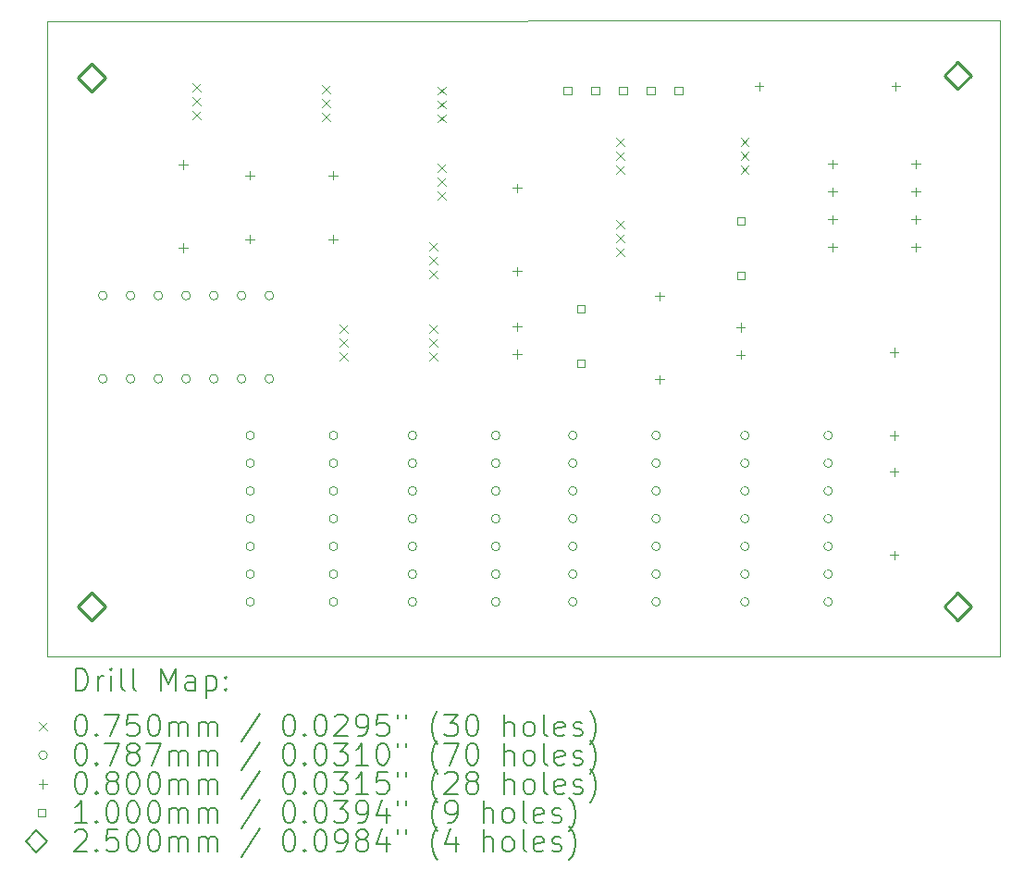
<source format=gbr>
%TF.GenerationSoftware,KiCad,Pcbnew,8.0.7*%
%TF.CreationDate,2024-12-10T16:25:16+05:30*%
%TF.ProjectId,FINAL PROJECT,46494e41-4c20-4505-924f-4a4543542e6b,rev?*%
%TF.SameCoordinates,Original*%
%TF.FileFunction,Drillmap*%
%TF.FilePolarity,Positive*%
%FSLAX45Y45*%
G04 Gerber Fmt 4.5, Leading zero omitted, Abs format (unit mm)*
G04 Created by KiCad (PCBNEW 8.0.7) date 2024-12-10 16:25:16*
%MOMM*%
%LPD*%
G01*
G04 APERTURE LIST*
%ADD10C,0.050000*%
%ADD11C,0.200000*%
%ADD12C,0.100000*%
%ADD13C,0.250000*%
G04 APERTURE END LIST*
D10*
X19715000Y-12799000D02*
X10999000Y-12799000D01*
X10999000Y-6988000D02*
X19715000Y-6980000D01*
X19715000Y-12799000D02*
X19715000Y-6980000D01*
X10999000Y-6988000D02*
X10999000Y-12799000D01*
D11*
D12*
X12324500Y-7551500D02*
X12399500Y-7626500D01*
X12399500Y-7551500D02*
X12324500Y-7626500D01*
X12324500Y-7678500D02*
X12399500Y-7753500D01*
X12399500Y-7678500D02*
X12324500Y-7753500D01*
X12324500Y-7805500D02*
X12399500Y-7880500D01*
X12399500Y-7805500D02*
X12324500Y-7880500D01*
X13512500Y-7567500D02*
X13587500Y-7642500D01*
X13587500Y-7567500D02*
X13512500Y-7642500D01*
X13512500Y-7694500D02*
X13587500Y-7769500D01*
X13587500Y-7694500D02*
X13512500Y-7769500D01*
X13512500Y-7821500D02*
X13587500Y-7896500D01*
X13587500Y-7821500D02*
X13512500Y-7896500D01*
X13668500Y-9763500D02*
X13743500Y-9838500D01*
X13743500Y-9763500D02*
X13668500Y-9838500D01*
X13668500Y-9890500D02*
X13743500Y-9965500D01*
X13743500Y-9890500D02*
X13668500Y-9965500D01*
X13668500Y-10017500D02*
X13743500Y-10092500D01*
X13743500Y-10017500D02*
X13668500Y-10092500D01*
X14495500Y-9006500D02*
X14570500Y-9081500D01*
X14570500Y-9006500D02*
X14495500Y-9081500D01*
X14495500Y-9133500D02*
X14570500Y-9208500D01*
X14570500Y-9133500D02*
X14495500Y-9208500D01*
X14495500Y-9260500D02*
X14570500Y-9335500D01*
X14570500Y-9260500D02*
X14495500Y-9335500D01*
X14495500Y-9763500D02*
X14570500Y-9838500D01*
X14570500Y-9763500D02*
X14495500Y-9838500D01*
X14495500Y-9890500D02*
X14570500Y-9965500D01*
X14570500Y-9890500D02*
X14495500Y-9965500D01*
X14495500Y-10017500D02*
X14570500Y-10092500D01*
X14570500Y-10017500D02*
X14495500Y-10092500D01*
X14567500Y-7582500D02*
X14642500Y-7657500D01*
X14642500Y-7582500D02*
X14567500Y-7657500D01*
X14567500Y-7709500D02*
X14642500Y-7784500D01*
X14642500Y-7709500D02*
X14567500Y-7784500D01*
X14567500Y-7836500D02*
X14642500Y-7911500D01*
X14642500Y-7836500D02*
X14567500Y-7911500D01*
X14567500Y-8287500D02*
X14642500Y-8362500D01*
X14642500Y-8287500D02*
X14567500Y-8362500D01*
X14567500Y-8414500D02*
X14642500Y-8489500D01*
X14642500Y-8414500D02*
X14567500Y-8489500D01*
X14567500Y-8541500D02*
X14642500Y-8616500D01*
X14642500Y-8541500D02*
X14567500Y-8616500D01*
X16200500Y-8052500D02*
X16275500Y-8127500D01*
X16275500Y-8052500D02*
X16200500Y-8127500D01*
X16200500Y-8179500D02*
X16275500Y-8254500D01*
X16275500Y-8179500D02*
X16200500Y-8254500D01*
X16200500Y-8306500D02*
X16275500Y-8381500D01*
X16275500Y-8306500D02*
X16200500Y-8381500D01*
X16200500Y-8808500D02*
X16275500Y-8883500D01*
X16275500Y-8808500D02*
X16200500Y-8883500D01*
X16200500Y-8935500D02*
X16275500Y-9010500D01*
X16275500Y-8935500D02*
X16200500Y-9010500D01*
X16200500Y-9062500D02*
X16275500Y-9137500D01*
X16275500Y-9062500D02*
X16200500Y-9137500D01*
X17341500Y-8052500D02*
X17416500Y-8127500D01*
X17416500Y-8052500D02*
X17341500Y-8127500D01*
X17341500Y-8179500D02*
X17416500Y-8254500D01*
X17416500Y-8179500D02*
X17341500Y-8254500D01*
X17341500Y-8306500D02*
X17416500Y-8381500D01*
X17416500Y-8306500D02*
X17341500Y-8381500D01*
X11543370Y-9497000D02*
G75*
G02*
X11464630Y-9497000I-39370J0D01*
G01*
X11464630Y-9497000D02*
G75*
G02*
X11543370Y-9497000I39370J0D01*
G01*
X11543370Y-10259000D02*
G75*
G02*
X11464630Y-10259000I-39370J0D01*
G01*
X11464630Y-10259000D02*
G75*
G02*
X11543370Y-10259000I39370J0D01*
G01*
X11797370Y-9497000D02*
G75*
G02*
X11718630Y-9497000I-39370J0D01*
G01*
X11718630Y-9497000D02*
G75*
G02*
X11797370Y-9497000I39370J0D01*
G01*
X11797370Y-10259000D02*
G75*
G02*
X11718630Y-10259000I-39370J0D01*
G01*
X11718630Y-10259000D02*
G75*
G02*
X11797370Y-10259000I39370J0D01*
G01*
X12051370Y-9497000D02*
G75*
G02*
X11972630Y-9497000I-39370J0D01*
G01*
X11972630Y-9497000D02*
G75*
G02*
X12051370Y-9497000I39370J0D01*
G01*
X12051370Y-10259000D02*
G75*
G02*
X11972630Y-10259000I-39370J0D01*
G01*
X11972630Y-10259000D02*
G75*
G02*
X12051370Y-10259000I39370J0D01*
G01*
X12305370Y-9497000D02*
G75*
G02*
X12226630Y-9497000I-39370J0D01*
G01*
X12226630Y-9497000D02*
G75*
G02*
X12305370Y-9497000I39370J0D01*
G01*
X12305370Y-10259000D02*
G75*
G02*
X12226630Y-10259000I-39370J0D01*
G01*
X12226630Y-10259000D02*
G75*
G02*
X12305370Y-10259000I39370J0D01*
G01*
X12559370Y-9497000D02*
G75*
G02*
X12480630Y-9497000I-39370J0D01*
G01*
X12480630Y-9497000D02*
G75*
G02*
X12559370Y-9497000I39370J0D01*
G01*
X12559370Y-10259000D02*
G75*
G02*
X12480630Y-10259000I-39370J0D01*
G01*
X12480630Y-10259000D02*
G75*
G02*
X12559370Y-10259000I39370J0D01*
G01*
X12813370Y-9497000D02*
G75*
G02*
X12734630Y-9497000I-39370J0D01*
G01*
X12734630Y-9497000D02*
G75*
G02*
X12813370Y-9497000I39370J0D01*
G01*
X12813370Y-10259000D02*
G75*
G02*
X12734630Y-10259000I-39370J0D01*
G01*
X12734630Y-10259000D02*
G75*
G02*
X12813370Y-10259000I39370J0D01*
G01*
X12892870Y-10778000D02*
G75*
G02*
X12814130Y-10778000I-39370J0D01*
G01*
X12814130Y-10778000D02*
G75*
G02*
X12892870Y-10778000I39370J0D01*
G01*
X12892870Y-11032000D02*
G75*
G02*
X12814130Y-11032000I-39370J0D01*
G01*
X12814130Y-11032000D02*
G75*
G02*
X12892870Y-11032000I39370J0D01*
G01*
X12892870Y-11286000D02*
G75*
G02*
X12814130Y-11286000I-39370J0D01*
G01*
X12814130Y-11286000D02*
G75*
G02*
X12892870Y-11286000I39370J0D01*
G01*
X12892870Y-11540000D02*
G75*
G02*
X12814130Y-11540000I-39370J0D01*
G01*
X12814130Y-11540000D02*
G75*
G02*
X12892870Y-11540000I39370J0D01*
G01*
X12892870Y-11794000D02*
G75*
G02*
X12814130Y-11794000I-39370J0D01*
G01*
X12814130Y-11794000D02*
G75*
G02*
X12892870Y-11794000I39370J0D01*
G01*
X12892870Y-12048000D02*
G75*
G02*
X12814130Y-12048000I-39370J0D01*
G01*
X12814130Y-12048000D02*
G75*
G02*
X12892870Y-12048000I39370J0D01*
G01*
X12892870Y-12302000D02*
G75*
G02*
X12814130Y-12302000I-39370J0D01*
G01*
X12814130Y-12302000D02*
G75*
G02*
X12892870Y-12302000I39370J0D01*
G01*
X13067370Y-9497000D02*
G75*
G02*
X12988630Y-9497000I-39370J0D01*
G01*
X12988630Y-9497000D02*
G75*
G02*
X13067370Y-9497000I39370J0D01*
G01*
X13067370Y-10259000D02*
G75*
G02*
X12988630Y-10259000I-39370J0D01*
G01*
X12988630Y-10259000D02*
G75*
G02*
X13067370Y-10259000I39370J0D01*
G01*
X13654870Y-10778000D02*
G75*
G02*
X13576130Y-10778000I-39370J0D01*
G01*
X13576130Y-10778000D02*
G75*
G02*
X13654870Y-10778000I39370J0D01*
G01*
X13654870Y-11032000D02*
G75*
G02*
X13576130Y-11032000I-39370J0D01*
G01*
X13576130Y-11032000D02*
G75*
G02*
X13654870Y-11032000I39370J0D01*
G01*
X13654870Y-11286000D02*
G75*
G02*
X13576130Y-11286000I-39370J0D01*
G01*
X13576130Y-11286000D02*
G75*
G02*
X13654870Y-11286000I39370J0D01*
G01*
X13654870Y-11540000D02*
G75*
G02*
X13576130Y-11540000I-39370J0D01*
G01*
X13576130Y-11540000D02*
G75*
G02*
X13654870Y-11540000I39370J0D01*
G01*
X13654870Y-11794000D02*
G75*
G02*
X13576130Y-11794000I-39370J0D01*
G01*
X13576130Y-11794000D02*
G75*
G02*
X13654870Y-11794000I39370J0D01*
G01*
X13654870Y-12048000D02*
G75*
G02*
X13576130Y-12048000I-39370J0D01*
G01*
X13576130Y-12048000D02*
G75*
G02*
X13654870Y-12048000I39370J0D01*
G01*
X13654870Y-12302000D02*
G75*
G02*
X13576130Y-12302000I-39370J0D01*
G01*
X13576130Y-12302000D02*
G75*
G02*
X13654870Y-12302000I39370J0D01*
G01*
X14377370Y-10778000D02*
G75*
G02*
X14298630Y-10778000I-39370J0D01*
G01*
X14298630Y-10778000D02*
G75*
G02*
X14377370Y-10778000I39370J0D01*
G01*
X14377370Y-11032000D02*
G75*
G02*
X14298630Y-11032000I-39370J0D01*
G01*
X14298630Y-11032000D02*
G75*
G02*
X14377370Y-11032000I39370J0D01*
G01*
X14377370Y-11286000D02*
G75*
G02*
X14298630Y-11286000I-39370J0D01*
G01*
X14298630Y-11286000D02*
G75*
G02*
X14377370Y-11286000I39370J0D01*
G01*
X14377370Y-11540000D02*
G75*
G02*
X14298630Y-11540000I-39370J0D01*
G01*
X14298630Y-11540000D02*
G75*
G02*
X14377370Y-11540000I39370J0D01*
G01*
X14377370Y-11794000D02*
G75*
G02*
X14298630Y-11794000I-39370J0D01*
G01*
X14298630Y-11794000D02*
G75*
G02*
X14377370Y-11794000I39370J0D01*
G01*
X14377370Y-12048000D02*
G75*
G02*
X14298630Y-12048000I-39370J0D01*
G01*
X14298630Y-12048000D02*
G75*
G02*
X14377370Y-12048000I39370J0D01*
G01*
X14377370Y-12302000D02*
G75*
G02*
X14298630Y-12302000I-39370J0D01*
G01*
X14298630Y-12302000D02*
G75*
G02*
X14377370Y-12302000I39370J0D01*
G01*
X15139370Y-10778000D02*
G75*
G02*
X15060630Y-10778000I-39370J0D01*
G01*
X15060630Y-10778000D02*
G75*
G02*
X15139370Y-10778000I39370J0D01*
G01*
X15139370Y-11032000D02*
G75*
G02*
X15060630Y-11032000I-39370J0D01*
G01*
X15060630Y-11032000D02*
G75*
G02*
X15139370Y-11032000I39370J0D01*
G01*
X15139370Y-11286000D02*
G75*
G02*
X15060630Y-11286000I-39370J0D01*
G01*
X15060630Y-11286000D02*
G75*
G02*
X15139370Y-11286000I39370J0D01*
G01*
X15139370Y-11540000D02*
G75*
G02*
X15060630Y-11540000I-39370J0D01*
G01*
X15060630Y-11540000D02*
G75*
G02*
X15139370Y-11540000I39370J0D01*
G01*
X15139370Y-11794000D02*
G75*
G02*
X15060630Y-11794000I-39370J0D01*
G01*
X15060630Y-11794000D02*
G75*
G02*
X15139370Y-11794000I39370J0D01*
G01*
X15139370Y-12048000D02*
G75*
G02*
X15060630Y-12048000I-39370J0D01*
G01*
X15060630Y-12048000D02*
G75*
G02*
X15139370Y-12048000I39370J0D01*
G01*
X15139370Y-12302000D02*
G75*
G02*
X15060630Y-12302000I-39370J0D01*
G01*
X15060630Y-12302000D02*
G75*
G02*
X15139370Y-12302000I39370J0D01*
G01*
X15846370Y-10778000D02*
G75*
G02*
X15767630Y-10778000I-39370J0D01*
G01*
X15767630Y-10778000D02*
G75*
G02*
X15846370Y-10778000I39370J0D01*
G01*
X15846370Y-11032000D02*
G75*
G02*
X15767630Y-11032000I-39370J0D01*
G01*
X15767630Y-11032000D02*
G75*
G02*
X15846370Y-11032000I39370J0D01*
G01*
X15846370Y-11286000D02*
G75*
G02*
X15767630Y-11286000I-39370J0D01*
G01*
X15767630Y-11286000D02*
G75*
G02*
X15846370Y-11286000I39370J0D01*
G01*
X15846370Y-11540000D02*
G75*
G02*
X15767630Y-11540000I-39370J0D01*
G01*
X15767630Y-11540000D02*
G75*
G02*
X15846370Y-11540000I39370J0D01*
G01*
X15846370Y-11794000D02*
G75*
G02*
X15767630Y-11794000I-39370J0D01*
G01*
X15767630Y-11794000D02*
G75*
G02*
X15846370Y-11794000I39370J0D01*
G01*
X15846370Y-12048000D02*
G75*
G02*
X15767630Y-12048000I-39370J0D01*
G01*
X15767630Y-12048000D02*
G75*
G02*
X15846370Y-12048000I39370J0D01*
G01*
X15846370Y-12302000D02*
G75*
G02*
X15767630Y-12302000I-39370J0D01*
G01*
X15767630Y-12302000D02*
G75*
G02*
X15846370Y-12302000I39370J0D01*
G01*
X16608370Y-10778000D02*
G75*
G02*
X16529630Y-10778000I-39370J0D01*
G01*
X16529630Y-10778000D02*
G75*
G02*
X16608370Y-10778000I39370J0D01*
G01*
X16608370Y-11032000D02*
G75*
G02*
X16529630Y-11032000I-39370J0D01*
G01*
X16529630Y-11032000D02*
G75*
G02*
X16608370Y-11032000I39370J0D01*
G01*
X16608370Y-11286000D02*
G75*
G02*
X16529630Y-11286000I-39370J0D01*
G01*
X16529630Y-11286000D02*
G75*
G02*
X16608370Y-11286000I39370J0D01*
G01*
X16608370Y-11540000D02*
G75*
G02*
X16529630Y-11540000I-39370J0D01*
G01*
X16529630Y-11540000D02*
G75*
G02*
X16608370Y-11540000I39370J0D01*
G01*
X16608370Y-11794000D02*
G75*
G02*
X16529630Y-11794000I-39370J0D01*
G01*
X16529630Y-11794000D02*
G75*
G02*
X16608370Y-11794000I39370J0D01*
G01*
X16608370Y-12048000D02*
G75*
G02*
X16529630Y-12048000I-39370J0D01*
G01*
X16529630Y-12048000D02*
G75*
G02*
X16608370Y-12048000I39370J0D01*
G01*
X16608370Y-12302000D02*
G75*
G02*
X16529630Y-12302000I-39370J0D01*
G01*
X16529630Y-12302000D02*
G75*
G02*
X16608370Y-12302000I39370J0D01*
G01*
X17421370Y-10778000D02*
G75*
G02*
X17342630Y-10778000I-39370J0D01*
G01*
X17342630Y-10778000D02*
G75*
G02*
X17421370Y-10778000I39370J0D01*
G01*
X17421370Y-11032000D02*
G75*
G02*
X17342630Y-11032000I-39370J0D01*
G01*
X17342630Y-11032000D02*
G75*
G02*
X17421370Y-11032000I39370J0D01*
G01*
X17421370Y-11286000D02*
G75*
G02*
X17342630Y-11286000I-39370J0D01*
G01*
X17342630Y-11286000D02*
G75*
G02*
X17421370Y-11286000I39370J0D01*
G01*
X17421370Y-11540000D02*
G75*
G02*
X17342630Y-11540000I-39370J0D01*
G01*
X17342630Y-11540000D02*
G75*
G02*
X17421370Y-11540000I39370J0D01*
G01*
X17421370Y-11794000D02*
G75*
G02*
X17342630Y-11794000I-39370J0D01*
G01*
X17342630Y-11794000D02*
G75*
G02*
X17421370Y-11794000I39370J0D01*
G01*
X17421370Y-12048000D02*
G75*
G02*
X17342630Y-12048000I-39370J0D01*
G01*
X17342630Y-12048000D02*
G75*
G02*
X17421370Y-12048000I39370J0D01*
G01*
X17421370Y-12302000D02*
G75*
G02*
X17342630Y-12302000I-39370J0D01*
G01*
X17342630Y-12302000D02*
G75*
G02*
X17421370Y-12302000I39370J0D01*
G01*
X18183370Y-10778000D02*
G75*
G02*
X18104630Y-10778000I-39370J0D01*
G01*
X18104630Y-10778000D02*
G75*
G02*
X18183370Y-10778000I39370J0D01*
G01*
X18183370Y-11032000D02*
G75*
G02*
X18104630Y-11032000I-39370J0D01*
G01*
X18104630Y-11032000D02*
G75*
G02*
X18183370Y-11032000I39370J0D01*
G01*
X18183370Y-11286000D02*
G75*
G02*
X18104630Y-11286000I-39370J0D01*
G01*
X18104630Y-11286000D02*
G75*
G02*
X18183370Y-11286000I39370J0D01*
G01*
X18183370Y-11540000D02*
G75*
G02*
X18104630Y-11540000I-39370J0D01*
G01*
X18104630Y-11540000D02*
G75*
G02*
X18183370Y-11540000I39370J0D01*
G01*
X18183370Y-11794000D02*
G75*
G02*
X18104630Y-11794000I-39370J0D01*
G01*
X18104630Y-11794000D02*
G75*
G02*
X18183370Y-11794000I39370J0D01*
G01*
X18183370Y-12048000D02*
G75*
G02*
X18104630Y-12048000I-39370J0D01*
G01*
X18104630Y-12048000D02*
G75*
G02*
X18183370Y-12048000I39370J0D01*
G01*
X18183370Y-12302000D02*
G75*
G02*
X18104630Y-12302000I-39370J0D01*
G01*
X18104630Y-12302000D02*
G75*
G02*
X18183370Y-12302000I39370J0D01*
G01*
X12238000Y-8256000D02*
X12238000Y-8336000D01*
X12198000Y-8296000D02*
X12278000Y-8296000D01*
X12238000Y-9018000D02*
X12238000Y-9098000D01*
X12198000Y-9058000D02*
X12278000Y-9058000D01*
X12847500Y-8355000D02*
X12847500Y-8435000D01*
X12807500Y-8395000D02*
X12887500Y-8395000D01*
X12847500Y-8941000D02*
X12847500Y-9021000D01*
X12807500Y-8981000D02*
X12887500Y-8981000D01*
X13609500Y-8355000D02*
X13609500Y-8435000D01*
X13569500Y-8395000D02*
X13649500Y-8395000D01*
X13609500Y-8941000D02*
X13609500Y-9021000D01*
X13569500Y-8981000D02*
X13649500Y-8981000D01*
X15296000Y-8473000D02*
X15296000Y-8553000D01*
X15256000Y-8513000D02*
X15336000Y-8513000D01*
X15296000Y-9235000D02*
X15296000Y-9315000D01*
X15256000Y-9275000D02*
X15336000Y-9275000D01*
X15296000Y-9742000D02*
X15296000Y-9822000D01*
X15256000Y-9782000D02*
X15336000Y-9782000D01*
X15296000Y-9992000D02*
X15296000Y-10072000D01*
X15256000Y-10032000D02*
X15336000Y-10032000D01*
X16601000Y-9464000D02*
X16601000Y-9544000D01*
X16561000Y-9504000D02*
X16641000Y-9504000D01*
X16601000Y-10226000D02*
X16601000Y-10306000D01*
X16561000Y-10266000D02*
X16641000Y-10266000D01*
X17343000Y-9749000D02*
X17343000Y-9829000D01*
X17303000Y-9789000D02*
X17383000Y-9789000D01*
X17343000Y-9999000D02*
X17343000Y-10079000D01*
X17303000Y-10039000D02*
X17383000Y-10039000D01*
X17512000Y-7541000D02*
X17512000Y-7621000D01*
X17472000Y-7581000D02*
X17552000Y-7581000D01*
X18182000Y-8253000D02*
X18182000Y-8333000D01*
X18142000Y-8293000D02*
X18222000Y-8293000D01*
X18182000Y-8507000D02*
X18182000Y-8587000D01*
X18142000Y-8547000D02*
X18222000Y-8547000D01*
X18182000Y-8761000D02*
X18182000Y-8841000D01*
X18142000Y-8801000D02*
X18222000Y-8801000D01*
X18182000Y-9015000D02*
X18182000Y-9095000D01*
X18142000Y-9055000D02*
X18222000Y-9055000D01*
X18747000Y-9978000D02*
X18747000Y-10058000D01*
X18707000Y-10018000D02*
X18787000Y-10018000D01*
X18747000Y-10740000D02*
X18747000Y-10820000D01*
X18707000Y-10780000D02*
X18787000Y-10780000D01*
X18747000Y-11072000D02*
X18747000Y-11152000D01*
X18707000Y-11112000D02*
X18787000Y-11112000D01*
X18747000Y-11834000D02*
X18747000Y-11914000D01*
X18707000Y-11874000D02*
X18787000Y-11874000D01*
X18762000Y-7541000D02*
X18762000Y-7621000D01*
X18722000Y-7581000D02*
X18802000Y-7581000D01*
X18944000Y-8253000D02*
X18944000Y-8333000D01*
X18904000Y-8293000D02*
X18984000Y-8293000D01*
X18944000Y-8507000D02*
X18944000Y-8587000D01*
X18904000Y-8547000D02*
X18984000Y-8547000D01*
X18944000Y-8761000D02*
X18944000Y-8841000D01*
X18904000Y-8801000D02*
X18984000Y-8801000D01*
X18944000Y-9015000D02*
X18944000Y-9095000D01*
X18904000Y-9055000D02*
X18984000Y-9055000D01*
X15793856Y-7653356D02*
X15793856Y-7582644D01*
X15723144Y-7582644D01*
X15723144Y-7653356D01*
X15793856Y-7653356D01*
X15916356Y-9653856D02*
X15916356Y-9583144D01*
X15845644Y-9583144D01*
X15845644Y-9653856D01*
X15916356Y-9653856D01*
X15916356Y-10153856D02*
X15916356Y-10083144D01*
X15845644Y-10083144D01*
X15845644Y-10153856D01*
X15916356Y-10153856D01*
X16047856Y-7653356D02*
X16047856Y-7582644D01*
X15977144Y-7582644D01*
X15977144Y-7653356D01*
X16047856Y-7653356D01*
X16301856Y-7653356D02*
X16301856Y-7582644D01*
X16231144Y-7582644D01*
X16231144Y-7653356D01*
X16301856Y-7653356D01*
X16555856Y-7653356D02*
X16555856Y-7582644D01*
X16485144Y-7582644D01*
X16485144Y-7653356D01*
X16555856Y-7653356D01*
X16809856Y-7653356D02*
X16809856Y-7582644D01*
X16739144Y-7582644D01*
X16739144Y-7653356D01*
X16809856Y-7653356D01*
X17378356Y-8851356D02*
X17378356Y-8780644D01*
X17307644Y-8780644D01*
X17307644Y-8851356D01*
X17378356Y-8851356D01*
X17378356Y-9351356D02*
X17378356Y-9280644D01*
X17307644Y-9280644D01*
X17307644Y-9351356D01*
X17378356Y-9351356D01*
D13*
X11402000Y-7625000D02*
X11527000Y-7500000D01*
X11402000Y-7375000D01*
X11277000Y-7500000D01*
X11402000Y-7625000D01*
X11402000Y-12468000D02*
X11527000Y-12343000D01*
X11402000Y-12218000D01*
X11277000Y-12343000D01*
X11402000Y-12468000D01*
X19330000Y-7606000D02*
X19455000Y-7481000D01*
X19330000Y-7356000D01*
X19205000Y-7481000D01*
X19330000Y-7606000D01*
X19330000Y-12468000D02*
X19455000Y-12343000D01*
X19330000Y-12218000D01*
X19205000Y-12343000D01*
X19330000Y-12468000D01*
D11*
X11257277Y-13112984D02*
X11257277Y-12912984D01*
X11257277Y-12912984D02*
X11304896Y-12912984D01*
X11304896Y-12912984D02*
X11333467Y-12922508D01*
X11333467Y-12922508D02*
X11352515Y-12941555D01*
X11352515Y-12941555D02*
X11362039Y-12960603D01*
X11362039Y-12960603D02*
X11371562Y-12998698D01*
X11371562Y-12998698D02*
X11371562Y-13027269D01*
X11371562Y-13027269D02*
X11362039Y-13065365D01*
X11362039Y-13065365D02*
X11352515Y-13084412D01*
X11352515Y-13084412D02*
X11333467Y-13103460D01*
X11333467Y-13103460D02*
X11304896Y-13112984D01*
X11304896Y-13112984D02*
X11257277Y-13112984D01*
X11457277Y-13112984D02*
X11457277Y-12979650D01*
X11457277Y-13017746D02*
X11466801Y-12998698D01*
X11466801Y-12998698D02*
X11476324Y-12989174D01*
X11476324Y-12989174D02*
X11495372Y-12979650D01*
X11495372Y-12979650D02*
X11514420Y-12979650D01*
X11581086Y-13112984D02*
X11581086Y-12979650D01*
X11581086Y-12912984D02*
X11571562Y-12922508D01*
X11571562Y-12922508D02*
X11581086Y-12932031D01*
X11581086Y-12932031D02*
X11590610Y-12922508D01*
X11590610Y-12922508D02*
X11581086Y-12912984D01*
X11581086Y-12912984D02*
X11581086Y-12932031D01*
X11704896Y-13112984D02*
X11685848Y-13103460D01*
X11685848Y-13103460D02*
X11676324Y-13084412D01*
X11676324Y-13084412D02*
X11676324Y-12912984D01*
X11809658Y-13112984D02*
X11790610Y-13103460D01*
X11790610Y-13103460D02*
X11781086Y-13084412D01*
X11781086Y-13084412D02*
X11781086Y-12912984D01*
X12038229Y-13112984D02*
X12038229Y-12912984D01*
X12038229Y-12912984D02*
X12104896Y-13055841D01*
X12104896Y-13055841D02*
X12171562Y-12912984D01*
X12171562Y-12912984D02*
X12171562Y-13112984D01*
X12352515Y-13112984D02*
X12352515Y-13008222D01*
X12352515Y-13008222D02*
X12342991Y-12989174D01*
X12342991Y-12989174D02*
X12323943Y-12979650D01*
X12323943Y-12979650D02*
X12285848Y-12979650D01*
X12285848Y-12979650D02*
X12266801Y-12989174D01*
X12352515Y-13103460D02*
X12333467Y-13112984D01*
X12333467Y-13112984D02*
X12285848Y-13112984D01*
X12285848Y-13112984D02*
X12266801Y-13103460D01*
X12266801Y-13103460D02*
X12257277Y-13084412D01*
X12257277Y-13084412D02*
X12257277Y-13065365D01*
X12257277Y-13065365D02*
X12266801Y-13046317D01*
X12266801Y-13046317D02*
X12285848Y-13036793D01*
X12285848Y-13036793D02*
X12333467Y-13036793D01*
X12333467Y-13036793D02*
X12352515Y-13027269D01*
X12447753Y-12979650D02*
X12447753Y-13179650D01*
X12447753Y-12989174D02*
X12466801Y-12979650D01*
X12466801Y-12979650D02*
X12504896Y-12979650D01*
X12504896Y-12979650D02*
X12523943Y-12989174D01*
X12523943Y-12989174D02*
X12533467Y-12998698D01*
X12533467Y-12998698D02*
X12542991Y-13017746D01*
X12542991Y-13017746D02*
X12542991Y-13074888D01*
X12542991Y-13074888D02*
X12533467Y-13093936D01*
X12533467Y-13093936D02*
X12523943Y-13103460D01*
X12523943Y-13103460D02*
X12504896Y-13112984D01*
X12504896Y-13112984D02*
X12466801Y-13112984D01*
X12466801Y-13112984D02*
X12447753Y-13103460D01*
X12628705Y-13093936D02*
X12638229Y-13103460D01*
X12638229Y-13103460D02*
X12628705Y-13112984D01*
X12628705Y-13112984D02*
X12619182Y-13103460D01*
X12619182Y-13103460D02*
X12628705Y-13093936D01*
X12628705Y-13093936D02*
X12628705Y-13112984D01*
X12628705Y-12989174D02*
X12638229Y-12998698D01*
X12638229Y-12998698D02*
X12628705Y-13008222D01*
X12628705Y-13008222D02*
X12619182Y-12998698D01*
X12619182Y-12998698D02*
X12628705Y-12989174D01*
X12628705Y-12989174D02*
X12628705Y-13008222D01*
D12*
X10921500Y-13404000D02*
X10996500Y-13479000D01*
X10996500Y-13404000D02*
X10921500Y-13479000D01*
D11*
X11295372Y-13332984D02*
X11314420Y-13332984D01*
X11314420Y-13332984D02*
X11333467Y-13342508D01*
X11333467Y-13342508D02*
X11342991Y-13352031D01*
X11342991Y-13352031D02*
X11352515Y-13371079D01*
X11352515Y-13371079D02*
X11362039Y-13409174D01*
X11362039Y-13409174D02*
X11362039Y-13456793D01*
X11362039Y-13456793D02*
X11352515Y-13494888D01*
X11352515Y-13494888D02*
X11342991Y-13513936D01*
X11342991Y-13513936D02*
X11333467Y-13523460D01*
X11333467Y-13523460D02*
X11314420Y-13532984D01*
X11314420Y-13532984D02*
X11295372Y-13532984D01*
X11295372Y-13532984D02*
X11276324Y-13523460D01*
X11276324Y-13523460D02*
X11266801Y-13513936D01*
X11266801Y-13513936D02*
X11257277Y-13494888D01*
X11257277Y-13494888D02*
X11247753Y-13456793D01*
X11247753Y-13456793D02*
X11247753Y-13409174D01*
X11247753Y-13409174D02*
X11257277Y-13371079D01*
X11257277Y-13371079D02*
X11266801Y-13352031D01*
X11266801Y-13352031D02*
X11276324Y-13342508D01*
X11276324Y-13342508D02*
X11295372Y-13332984D01*
X11447753Y-13513936D02*
X11457277Y-13523460D01*
X11457277Y-13523460D02*
X11447753Y-13532984D01*
X11447753Y-13532984D02*
X11438229Y-13523460D01*
X11438229Y-13523460D02*
X11447753Y-13513936D01*
X11447753Y-13513936D02*
X11447753Y-13532984D01*
X11523943Y-13332984D02*
X11657277Y-13332984D01*
X11657277Y-13332984D02*
X11571562Y-13532984D01*
X11828705Y-13332984D02*
X11733467Y-13332984D01*
X11733467Y-13332984D02*
X11723943Y-13428222D01*
X11723943Y-13428222D02*
X11733467Y-13418698D01*
X11733467Y-13418698D02*
X11752515Y-13409174D01*
X11752515Y-13409174D02*
X11800134Y-13409174D01*
X11800134Y-13409174D02*
X11819182Y-13418698D01*
X11819182Y-13418698D02*
X11828705Y-13428222D01*
X11828705Y-13428222D02*
X11838229Y-13447269D01*
X11838229Y-13447269D02*
X11838229Y-13494888D01*
X11838229Y-13494888D02*
X11828705Y-13513936D01*
X11828705Y-13513936D02*
X11819182Y-13523460D01*
X11819182Y-13523460D02*
X11800134Y-13532984D01*
X11800134Y-13532984D02*
X11752515Y-13532984D01*
X11752515Y-13532984D02*
X11733467Y-13523460D01*
X11733467Y-13523460D02*
X11723943Y-13513936D01*
X11962039Y-13332984D02*
X11981086Y-13332984D01*
X11981086Y-13332984D02*
X12000134Y-13342508D01*
X12000134Y-13342508D02*
X12009658Y-13352031D01*
X12009658Y-13352031D02*
X12019182Y-13371079D01*
X12019182Y-13371079D02*
X12028705Y-13409174D01*
X12028705Y-13409174D02*
X12028705Y-13456793D01*
X12028705Y-13456793D02*
X12019182Y-13494888D01*
X12019182Y-13494888D02*
X12009658Y-13513936D01*
X12009658Y-13513936D02*
X12000134Y-13523460D01*
X12000134Y-13523460D02*
X11981086Y-13532984D01*
X11981086Y-13532984D02*
X11962039Y-13532984D01*
X11962039Y-13532984D02*
X11942991Y-13523460D01*
X11942991Y-13523460D02*
X11933467Y-13513936D01*
X11933467Y-13513936D02*
X11923943Y-13494888D01*
X11923943Y-13494888D02*
X11914420Y-13456793D01*
X11914420Y-13456793D02*
X11914420Y-13409174D01*
X11914420Y-13409174D02*
X11923943Y-13371079D01*
X11923943Y-13371079D02*
X11933467Y-13352031D01*
X11933467Y-13352031D02*
X11942991Y-13342508D01*
X11942991Y-13342508D02*
X11962039Y-13332984D01*
X12114420Y-13532984D02*
X12114420Y-13399650D01*
X12114420Y-13418698D02*
X12123943Y-13409174D01*
X12123943Y-13409174D02*
X12142991Y-13399650D01*
X12142991Y-13399650D02*
X12171563Y-13399650D01*
X12171563Y-13399650D02*
X12190610Y-13409174D01*
X12190610Y-13409174D02*
X12200134Y-13428222D01*
X12200134Y-13428222D02*
X12200134Y-13532984D01*
X12200134Y-13428222D02*
X12209658Y-13409174D01*
X12209658Y-13409174D02*
X12228705Y-13399650D01*
X12228705Y-13399650D02*
X12257277Y-13399650D01*
X12257277Y-13399650D02*
X12276324Y-13409174D01*
X12276324Y-13409174D02*
X12285848Y-13428222D01*
X12285848Y-13428222D02*
X12285848Y-13532984D01*
X12381086Y-13532984D02*
X12381086Y-13399650D01*
X12381086Y-13418698D02*
X12390610Y-13409174D01*
X12390610Y-13409174D02*
X12409658Y-13399650D01*
X12409658Y-13399650D02*
X12438229Y-13399650D01*
X12438229Y-13399650D02*
X12457277Y-13409174D01*
X12457277Y-13409174D02*
X12466801Y-13428222D01*
X12466801Y-13428222D02*
X12466801Y-13532984D01*
X12466801Y-13428222D02*
X12476324Y-13409174D01*
X12476324Y-13409174D02*
X12495372Y-13399650D01*
X12495372Y-13399650D02*
X12523943Y-13399650D01*
X12523943Y-13399650D02*
X12542991Y-13409174D01*
X12542991Y-13409174D02*
X12552515Y-13428222D01*
X12552515Y-13428222D02*
X12552515Y-13532984D01*
X12942991Y-13323460D02*
X12771563Y-13580603D01*
X13200134Y-13332984D02*
X13219182Y-13332984D01*
X13219182Y-13332984D02*
X13238229Y-13342508D01*
X13238229Y-13342508D02*
X13247753Y-13352031D01*
X13247753Y-13352031D02*
X13257277Y-13371079D01*
X13257277Y-13371079D02*
X13266801Y-13409174D01*
X13266801Y-13409174D02*
X13266801Y-13456793D01*
X13266801Y-13456793D02*
X13257277Y-13494888D01*
X13257277Y-13494888D02*
X13247753Y-13513936D01*
X13247753Y-13513936D02*
X13238229Y-13523460D01*
X13238229Y-13523460D02*
X13219182Y-13532984D01*
X13219182Y-13532984D02*
X13200134Y-13532984D01*
X13200134Y-13532984D02*
X13181086Y-13523460D01*
X13181086Y-13523460D02*
X13171563Y-13513936D01*
X13171563Y-13513936D02*
X13162039Y-13494888D01*
X13162039Y-13494888D02*
X13152515Y-13456793D01*
X13152515Y-13456793D02*
X13152515Y-13409174D01*
X13152515Y-13409174D02*
X13162039Y-13371079D01*
X13162039Y-13371079D02*
X13171563Y-13352031D01*
X13171563Y-13352031D02*
X13181086Y-13342508D01*
X13181086Y-13342508D02*
X13200134Y-13332984D01*
X13352515Y-13513936D02*
X13362039Y-13523460D01*
X13362039Y-13523460D02*
X13352515Y-13532984D01*
X13352515Y-13532984D02*
X13342991Y-13523460D01*
X13342991Y-13523460D02*
X13352515Y-13513936D01*
X13352515Y-13513936D02*
X13352515Y-13532984D01*
X13485848Y-13332984D02*
X13504896Y-13332984D01*
X13504896Y-13332984D02*
X13523944Y-13342508D01*
X13523944Y-13342508D02*
X13533467Y-13352031D01*
X13533467Y-13352031D02*
X13542991Y-13371079D01*
X13542991Y-13371079D02*
X13552515Y-13409174D01*
X13552515Y-13409174D02*
X13552515Y-13456793D01*
X13552515Y-13456793D02*
X13542991Y-13494888D01*
X13542991Y-13494888D02*
X13533467Y-13513936D01*
X13533467Y-13513936D02*
X13523944Y-13523460D01*
X13523944Y-13523460D02*
X13504896Y-13532984D01*
X13504896Y-13532984D02*
X13485848Y-13532984D01*
X13485848Y-13532984D02*
X13466801Y-13523460D01*
X13466801Y-13523460D02*
X13457277Y-13513936D01*
X13457277Y-13513936D02*
X13447753Y-13494888D01*
X13447753Y-13494888D02*
X13438229Y-13456793D01*
X13438229Y-13456793D02*
X13438229Y-13409174D01*
X13438229Y-13409174D02*
X13447753Y-13371079D01*
X13447753Y-13371079D02*
X13457277Y-13352031D01*
X13457277Y-13352031D02*
X13466801Y-13342508D01*
X13466801Y-13342508D02*
X13485848Y-13332984D01*
X13628706Y-13352031D02*
X13638229Y-13342508D01*
X13638229Y-13342508D02*
X13657277Y-13332984D01*
X13657277Y-13332984D02*
X13704896Y-13332984D01*
X13704896Y-13332984D02*
X13723944Y-13342508D01*
X13723944Y-13342508D02*
X13733467Y-13352031D01*
X13733467Y-13352031D02*
X13742991Y-13371079D01*
X13742991Y-13371079D02*
X13742991Y-13390127D01*
X13742991Y-13390127D02*
X13733467Y-13418698D01*
X13733467Y-13418698D02*
X13619182Y-13532984D01*
X13619182Y-13532984D02*
X13742991Y-13532984D01*
X13838229Y-13532984D02*
X13876325Y-13532984D01*
X13876325Y-13532984D02*
X13895372Y-13523460D01*
X13895372Y-13523460D02*
X13904896Y-13513936D01*
X13904896Y-13513936D02*
X13923944Y-13485365D01*
X13923944Y-13485365D02*
X13933467Y-13447269D01*
X13933467Y-13447269D02*
X13933467Y-13371079D01*
X13933467Y-13371079D02*
X13923944Y-13352031D01*
X13923944Y-13352031D02*
X13914420Y-13342508D01*
X13914420Y-13342508D02*
X13895372Y-13332984D01*
X13895372Y-13332984D02*
X13857277Y-13332984D01*
X13857277Y-13332984D02*
X13838229Y-13342508D01*
X13838229Y-13342508D02*
X13828706Y-13352031D01*
X13828706Y-13352031D02*
X13819182Y-13371079D01*
X13819182Y-13371079D02*
X13819182Y-13418698D01*
X13819182Y-13418698D02*
X13828706Y-13437746D01*
X13828706Y-13437746D02*
X13838229Y-13447269D01*
X13838229Y-13447269D02*
X13857277Y-13456793D01*
X13857277Y-13456793D02*
X13895372Y-13456793D01*
X13895372Y-13456793D02*
X13914420Y-13447269D01*
X13914420Y-13447269D02*
X13923944Y-13437746D01*
X13923944Y-13437746D02*
X13933467Y-13418698D01*
X14114420Y-13332984D02*
X14019182Y-13332984D01*
X14019182Y-13332984D02*
X14009658Y-13428222D01*
X14009658Y-13428222D02*
X14019182Y-13418698D01*
X14019182Y-13418698D02*
X14038229Y-13409174D01*
X14038229Y-13409174D02*
X14085848Y-13409174D01*
X14085848Y-13409174D02*
X14104896Y-13418698D01*
X14104896Y-13418698D02*
X14114420Y-13428222D01*
X14114420Y-13428222D02*
X14123944Y-13447269D01*
X14123944Y-13447269D02*
X14123944Y-13494888D01*
X14123944Y-13494888D02*
X14114420Y-13513936D01*
X14114420Y-13513936D02*
X14104896Y-13523460D01*
X14104896Y-13523460D02*
X14085848Y-13532984D01*
X14085848Y-13532984D02*
X14038229Y-13532984D01*
X14038229Y-13532984D02*
X14019182Y-13523460D01*
X14019182Y-13523460D02*
X14009658Y-13513936D01*
X14200134Y-13332984D02*
X14200134Y-13371079D01*
X14276325Y-13332984D02*
X14276325Y-13371079D01*
X14571563Y-13609174D02*
X14562039Y-13599650D01*
X14562039Y-13599650D02*
X14542991Y-13571079D01*
X14542991Y-13571079D02*
X14533468Y-13552031D01*
X14533468Y-13552031D02*
X14523944Y-13523460D01*
X14523944Y-13523460D02*
X14514420Y-13475841D01*
X14514420Y-13475841D02*
X14514420Y-13437746D01*
X14514420Y-13437746D02*
X14523944Y-13390127D01*
X14523944Y-13390127D02*
X14533468Y-13361555D01*
X14533468Y-13361555D02*
X14542991Y-13342508D01*
X14542991Y-13342508D02*
X14562039Y-13313936D01*
X14562039Y-13313936D02*
X14571563Y-13304412D01*
X14628706Y-13332984D02*
X14752515Y-13332984D01*
X14752515Y-13332984D02*
X14685848Y-13409174D01*
X14685848Y-13409174D02*
X14714420Y-13409174D01*
X14714420Y-13409174D02*
X14733468Y-13418698D01*
X14733468Y-13418698D02*
X14742991Y-13428222D01*
X14742991Y-13428222D02*
X14752515Y-13447269D01*
X14752515Y-13447269D02*
X14752515Y-13494888D01*
X14752515Y-13494888D02*
X14742991Y-13513936D01*
X14742991Y-13513936D02*
X14733468Y-13523460D01*
X14733468Y-13523460D02*
X14714420Y-13532984D01*
X14714420Y-13532984D02*
X14657277Y-13532984D01*
X14657277Y-13532984D02*
X14638229Y-13523460D01*
X14638229Y-13523460D02*
X14628706Y-13513936D01*
X14876325Y-13332984D02*
X14895372Y-13332984D01*
X14895372Y-13332984D02*
X14914420Y-13342508D01*
X14914420Y-13342508D02*
X14923944Y-13352031D01*
X14923944Y-13352031D02*
X14933468Y-13371079D01*
X14933468Y-13371079D02*
X14942991Y-13409174D01*
X14942991Y-13409174D02*
X14942991Y-13456793D01*
X14942991Y-13456793D02*
X14933468Y-13494888D01*
X14933468Y-13494888D02*
X14923944Y-13513936D01*
X14923944Y-13513936D02*
X14914420Y-13523460D01*
X14914420Y-13523460D02*
X14895372Y-13532984D01*
X14895372Y-13532984D02*
X14876325Y-13532984D01*
X14876325Y-13532984D02*
X14857277Y-13523460D01*
X14857277Y-13523460D02*
X14847753Y-13513936D01*
X14847753Y-13513936D02*
X14838229Y-13494888D01*
X14838229Y-13494888D02*
X14828706Y-13456793D01*
X14828706Y-13456793D02*
X14828706Y-13409174D01*
X14828706Y-13409174D02*
X14838229Y-13371079D01*
X14838229Y-13371079D02*
X14847753Y-13352031D01*
X14847753Y-13352031D02*
X14857277Y-13342508D01*
X14857277Y-13342508D02*
X14876325Y-13332984D01*
X15181087Y-13532984D02*
X15181087Y-13332984D01*
X15266801Y-13532984D02*
X15266801Y-13428222D01*
X15266801Y-13428222D02*
X15257277Y-13409174D01*
X15257277Y-13409174D02*
X15238230Y-13399650D01*
X15238230Y-13399650D02*
X15209658Y-13399650D01*
X15209658Y-13399650D02*
X15190610Y-13409174D01*
X15190610Y-13409174D02*
X15181087Y-13418698D01*
X15390610Y-13532984D02*
X15371563Y-13523460D01*
X15371563Y-13523460D02*
X15362039Y-13513936D01*
X15362039Y-13513936D02*
X15352515Y-13494888D01*
X15352515Y-13494888D02*
X15352515Y-13437746D01*
X15352515Y-13437746D02*
X15362039Y-13418698D01*
X15362039Y-13418698D02*
X15371563Y-13409174D01*
X15371563Y-13409174D02*
X15390610Y-13399650D01*
X15390610Y-13399650D02*
X15419182Y-13399650D01*
X15419182Y-13399650D02*
X15438230Y-13409174D01*
X15438230Y-13409174D02*
X15447753Y-13418698D01*
X15447753Y-13418698D02*
X15457277Y-13437746D01*
X15457277Y-13437746D02*
X15457277Y-13494888D01*
X15457277Y-13494888D02*
X15447753Y-13513936D01*
X15447753Y-13513936D02*
X15438230Y-13523460D01*
X15438230Y-13523460D02*
X15419182Y-13532984D01*
X15419182Y-13532984D02*
X15390610Y-13532984D01*
X15571563Y-13532984D02*
X15552515Y-13523460D01*
X15552515Y-13523460D02*
X15542991Y-13504412D01*
X15542991Y-13504412D02*
X15542991Y-13332984D01*
X15723944Y-13523460D02*
X15704896Y-13532984D01*
X15704896Y-13532984D02*
X15666801Y-13532984D01*
X15666801Y-13532984D02*
X15647753Y-13523460D01*
X15647753Y-13523460D02*
X15638230Y-13504412D01*
X15638230Y-13504412D02*
X15638230Y-13428222D01*
X15638230Y-13428222D02*
X15647753Y-13409174D01*
X15647753Y-13409174D02*
X15666801Y-13399650D01*
X15666801Y-13399650D02*
X15704896Y-13399650D01*
X15704896Y-13399650D02*
X15723944Y-13409174D01*
X15723944Y-13409174D02*
X15733468Y-13428222D01*
X15733468Y-13428222D02*
X15733468Y-13447269D01*
X15733468Y-13447269D02*
X15638230Y-13466317D01*
X15809658Y-13523460D02*
X15828706Y-13532984D01*
X15828706Y-13532984D02*
X15866801Y-13532984D01*
X15866801Y-13532984D02*
X15885849Y-13523460D01*
X15885849Y-13523460D02*
X15895372Y-13504412D01*
X15895372Y-13504412D02*
X15895372Y-13494888D01*
X15895372Y-13494888D02*
X15885849Y-13475841D01*
X15885849Y-13475841D02*
X15866801Y-13466317D01*
X15866801Y-13466317D02*
X15838230Y-13466317D01*
X15838230Y-13466317D02*
X15819182Y-13456793D01*
X15819182Y-13456793D02*
X15809658Y-13437746D01*
X15809658Y-13437746D02*
X15809658Y-13428222D01*
X15809658Y-13428222D02*
X15819182Y-13409174D01*
X15819182Y-13409174D02*
X15838230Y-13399650D01*
X15838230Y-13399650D02*
X15866801Y-13399650D01*
X15866801Y-13399650D02*
X15885849Y-13409174D01*
X15962039Y-13609174D02*
X15971563Y-13599650D01*
X15971563Y-13599650D02*
X15990611Y-13571079D01*
X15990611Y-13571079D02*
X16000134Y-13552031D01*
X16000134Y-13552031D02*
X16009658Y-13523460D01*
X16009658Y-13523460D02*
X16019182Y-13475841D01*
X16019182Y-13475841D02*
X16019182Y-13437746D01*
X16019182Y-13437746D02*
X16009658Y-13390127D01*
X16009658Y-13390127D02*
X16000134Y-13361555D01*
X16000134Y-13361555D02*
X15990611Y-13342508D01*
X15990611Y-13342508D02*
X15971563Y-13313936D01*
X15971563Y-13313936D02*
X15962039Y-13304412D01*
D12*
X10996500Y-13705500D02*
G75*
G02*
X10917760Y-13705500I-39370J0D01*
G01*
X10917760Y-13705500D02*
G75*
G02*
X10996500Y-13705500I39370J0D01*
G01*
D11*
X11295372Y-13596984D02*
X11314420Y-13596984D01*
X11314420Y-13596984D02*
X11333467Y-13606508D01*
X11333467Y-13606508D02*
X11342991Y-13616031D01*
X11342991Y-13616031D02*
X11352515Y-13635079D01*
X11352515Y-13635079D02*
X11362039Y-13673174D01*
X11362039Y-13673174D02*
X11362039Y-13720793D01*
X11362039Y-13720793D02*
X11352515Y-13758888D01*
X11352515Y-13758888D02*
X11342991Y-13777936D01*
X11342991Y-13777936D02*
X11333467Y-13787460D01*
X11333467Y-13787460D02*
X11314420Y-13796984D01*
X11314420Y-13796984D02*
X11295372Y-13796984D01*
X11295372Y-13796984D02*
X11276324Y-13787460D01*
X11276324Y-13787460D02*
X11266801Y-13777936D01*
X11266801Y-13777936D02*
X11257277Y-13758888D01*
X11257277Y-13758888D02*
X11247753Y-13720793D01*
X11247753Y-13720793D02*
X11247753Y-13673174D01*
X11247753Y-13673174D02*
X11257277Y-13635079D01*
X11257277Y-13635079D02*
X11266801Y-13616031D01*
X11266801Y-13616031D02*
X11276324Y-13606508D01*
X11276324Y-13606508D02*
X11295372Y-13596984D01*
X11447753Y-13777936D02*
X11457277Y-13787460D01*
X11457277Y-13787460D02*
X11447753Y-13796984D01*
X11447753Y-13796984D02*
X11438229Y-13787460D01*
X11438229Y-13787460D02*
X11447753Y-13777936D01*
X11447753Y-13777936D02*
X11447753Y-13796984D01*
X11523943Y-13596984D02*
X11657277Y-13596984D01*
X11657277Y-13596984D02*
X11571562Y-13796984D01*
X11762039Y-13682698D02*
X11742991Y-13673174D01*
X11742991Y-13673174D02*
X11733467Y-13663650D01*
X11733467Y-13663650D02*
X11723943Y-13644603D01*
X11723943Y-13644603D02*
X11723943Y-13635079D01*
X11723943Y-13635079D02*
X11733467Y-13616031D01*
X11733467Y-13616031D02*
X11742991Y-13606508D01*
X11742991Y-13606508D02*
X11762039Y-13596984D01*
X11762039Y-13596984D02*
X11800134Y-13596984D01*
X11800134Y-13596984D02*
X11819182Y-13606508D01*
X11819182Y-13606508D02*
X11828705Y-13616031D01*
X11828705Y-13616031D02*
X11838229Y-13635079D01*
X11838229Y-13635079D02*
X11838229Y-13644603D01*
X11838229Y-13644603D02*
X11828705Y-13663650D01*
X11828705Y-13663650D02*
X11819182Y-13673174D01*
X11819182Y-13673174D02*
X11800134Y-13682698D01*
X11800134Y-13682698D02*
X11762039Y-13682698D01*
X11762039Y-13682698D02*
X11742991Y-13692222D01*
X11742991Y-13692222D02*
X11733467Y-13701746D01*
X11733467Y-13701746D02*
X11723943Y-13720793D01*
X11723943Y-13720793D02*
X11723943Y-13758888D01*
X11723943Y-13758888D02*
X11733467Y-13777936D01*
X11733467Y-13777936D02*
X11742991Y-13787460D01*
X11742991Y-13787460D02*
X11762039Y-13796984D01*
X11762039Y-13796984D02*
X11800134Y-13796984D01*
X11800134Y-13796984D02*
X11819182Y-13787460D01*
X11819182Y-13787460D02*
X11828705Y-13777936D01*
X11828705Y-13777936D02*
X11838229Y-13758888D01*
X11838229Y-13758888D02*
X11838229Y-13720793D01*
X11838229Y-13720793D02*
X11828705Y-13701746D01*
X11828705Y-13701746D02*
X11819182Y-13692222D01*
X11819182Y-13692222D02*
X11800134Y-13682698D01*
X11904896Y-13596984D02*
X12038229Y-13596984D01*
X12038229Y-13596984D02*
X11952515Y-13796984D01*
X12114420Y-13796984D02*
X12114420Y-13663650D01*
X12114420Y-13682698D02*
X12123943Y-13673174D01*
X12123943Y-13673174D02*
X12142991Y-13663650D01*
X12142991Y-13663650D02*
X12171563Y-13663650D01*
X12171563Y-13663650D02*
X12190610Y-13673174D01*
X12190610Y-13673174D02*
X12200134Y-13692222D01*
X12200134Y-13692222D02*
X12200134Y-13796984D01*
X12200134Y-13692222D02*
X12209658Y-13673174D01*
X12209658Y-13673174D02*
X12228705Y-13663650D01*
X12228705Y-13663650D02*
X12257277Y-13663650D01*
X12257277Y-13663650D02*
X12276324Y-13673174D01*
X12276324Y-13673174D02*
X12285848Y-13692222D01*
X12285848Y-13692222D02*
X12285848Y-13796984D01*
X12381086Y-13796984D02*
X12381086Y-13663650D01*
X12381086Y-13682698D02*
X12390610Y-13673174D01*
X12390610Y-13673174D02*
X12409658Y-13663650D01*
X12409658Y-13663650D02*
X12438229Y-13663650D01*
X12438229Y-13663650D02*
X12457277Y-13673174D01*
X12457277Y-13673174D02*
X12466801Y-13692222D01*
X12466801Y-13692222D02*
X12466801Y-13796984D01*
X12466801Y-13692222D02*
X12476324Y-13673174D01*
X12476324Y-13673174D02*
X12495372Y-13663650D01*
X12495372Y-13663650D02*
X12523943Y-13663650D01*
X12523943Y-13663650D02*
X12542991Y-13673174D01*
X12542991Y-13673174D02*
X12552515Y-13692222D01*
X12552515Y-13692222D02*
X12552515Y-13796984D01*
X12942991Y-13587460D02*
X12771563Y-13844603D01*
X13200134Y-13596984D02*
X13219182Y-13596984D01*
X13219182Y-13596984D02*
X13238229Y-13606508D01*
X13238229Y-13606508D02*
X13247753Y-13616031D01*
X13247753Y-13616031D02*
X13257277Y-13635079D01*
X13257277Y-13635079D02*
X13266801Y-13673174D01*
X13266801Y-13673174D02*
X13266801Y-13720793D01*
X13266801Y-13720793D02*
X13257277Y-13758888D01*
X13257277Y-13758888D02*
X13247753Y-13777936D01*
X13247753Y-13777936D02*
X13238229Y-13787460D01*
X13238229Y-13787460D02*
X13219182Y-13796984D01*
X13219182Y-13796984D02*
X13200134Y-13796984D01*
X13200134Y-13796984D02*
X13181086Y-13787460D01*
X13181086Y-13787460D02*
X13171563Y-13777936D01*
X13171563Y-13777936D02*
X13162039Y-13758888D01*
X13162039Y-13758888D02*
X13152515Y-13720793D01*
X13152515Y-13720793D02*
X13152515Y-13673174D01*
X13152515Y-13673174D02*
X13162039Y-13635079D01*
X13162039Y-13635079D02*
X13171563Y-13616031D01*
X13171563Y-13616031D02*
X13181086Y-13606508D01*
X13181086Y-13606508D02*
X13200134Y-13596984D01*
X13352515Y-13777936D02*
X13362039Y-13787460D01*
X13362039Y-13787460D02*
X13352515Y-13796984D01*
X13352515Y-13796984D02*
X13342991Y-13787460D01*
X13342991Y-13787460D02*
X13352515Y-13777936D01*
X13352515Y-13777936D02*
X13352515Y-13796984D01*
X13485848Y-13596984D02*
X13504896Y-13596984D01*
X13504896Y-13596984D02*
X13523944Y-13606508D01*
X13523944Y-13606508D02*
X13533467Y-13616031D01*
X13533467Y-13616031D02*
X13542991Y-13635079D01*
X13542991Y-13635079D02*
X13552515Y-13673174D01*
X13552515Y-13673174D02*
X13552515Y-13720793D01*
X13552515Y-13720793D02*
X13542991Y-13758888D01*
X13542991Y-13758888D02*
X13533467Y-13777936D01*
X13533467Y-13777936D02*
X13523944Y-13787460D01*
X13523944Y-13787460D02*
X13504896Y-13796984D01*
X13504896Y-13796984D02*
X13485848Y-13796984D01*
X13485848Y-13796984D02*
X13466801Y-13787460D01*
X13466801Y-13787460D02*
X13457277Y-13777936D01*
X13457277Y-13777936D02*
X13447753Y-13758888D01*
X13447753Y-13758888D02*
X13438229Y-13720793D01*
X13438229Y-13720793D02*
X13438229Y-13673174D01*
X13438229Y-13673174D02*
X13447753Y-13635079D01*
X13447753Y-13635079D02*
X13457277Y-13616031D01*
X13457277Y-13616031D02*
X13466801Y-13606508D01*
X13466801Y-13606508D02*
X13485848Y-13596984D01*
X13619182Y-13596984D02*
X13742991Y-13596984D01*
X13742991Y-13596984D02*
X13676325Y-13673174D01*
X13676325Y-13673174D02*
X13704896Y-13673174D01*
X13704896Y-13673174D02*
X13723944Y-13682698D01*
X13723944Y-13682698D02*
X13733467Y-13692222D01*
X13733467Y-13692222D02*
X13742991Y-13711269D01*
X13742991Y-13711269D02*
X13742991Y-13758888D01*
X13742991Y-13758888D02*
X13733467Y-13777936D01*
X13733467Y-13777936D02*
X13723944Y-13787460D01*
X13723944Y-13787460D02*
X13704896Y-13796984D01*
X13704896Y-13796984D02*
X13647753Y-13796984D01*
X13647753Y-13796984D02*
X13628706Y-13787460D01*
X13628706Y-13787460D02*
X13619182Y-13777936D01*
X13933467Y-13796984D02*
X13819182Y-13796984D01*
X13876325Y-13796984D02*
X13876325Y-13596984D01*
X13876325Y-13596984D02*
X13857277Y-13625555D01*
X13857277Y-13625555D02*
X13838229Y-13644603D01*
X13838229Y-13644603D02*
X13819182Y-13654127D01*
X14057277Y-13596984D02*
X14076325Y-13596984D01*
X14076325Y-13596984D02*
X14095372Y-13606508D01*
X14095372Y-13606508D02*
X14104896Y-13616031D01*
X14104896Y-13616031D02*
X14114420Y-13635079D01*
X14114420Y-13635079D02*
X14123944Y-13673174D01*
X14123944Y-13673174D02*
X14123944Y-13720793D01*
X14123944Y-13720793D02*
X14114420Y-13758888D01*
X14114420Y-13758888D02*
X14104896Y-13777936D01*
X14104896Y-13777936D02*
X14095372Y-13787460D01*
X14095372Y-13787460D02*
X14076325Y-13796984D01*
X14076325Y-13796984D02*
X14057277Y-13796984D01*
X14057277Y-13796984D02*
X14038229Y-13787460D01*
X14038229Y-13787460D02*
X14028706Y-13777936D01*
X14028706Y-13777936D02*
X14019182Y-13758888D01*
X14019182Y-13758888D02*
X14009658Y-13720793D01*
X14009658Y-13720793D02*
X14009658Y-13673174D01*
X14009658Y-13673174D02*
X14019182Y-13635079D01*
X14019182Y-13635079D02*
X14028706Y-13616031D01*
X14028706Y-13616031D02*
X14038229Y-13606508D01*
X14038229Y-13606508D02*
X14057277Y-13596984D01*
X14200134Y-13596984D02*
X14200134Y-13635079D01*
X14276325Y-13596984D02*
X14276325Y-13635079D01*
X14571563Y-13873174D02*
X14562039Y-13863650D01*
X14562039Y-13863650D02*
X14542991Y-13835079D01*
X14542991Y-13835079D02*
X14533468Y-13816031D01*
X14533468Y-13816031D02*
X14523944Y-13787460D01*
X14523944Y-13787460D02*
X14514420Y-13739841D01*
X14514420Y-13739841D02*
X14514420Y-13701746D01*
X14514420Y-13701746D02*
X14523944Y-13654127D01*
X14523944Y-13654127D02*
X14533468Y-13625555D01*
X14533468Y-13625555D02*
X14542991Y-13606508D01*
X14542991Y-13606508D02*
X14562039Y-13577936D01*
X14562039Y-13577936D02*
X14571563Y-13568412D01*
X14628706Y-13596984D02*
X14762039Y-13596984D01*
X14762039Y-13596984D02*
X14676325Y-13796984D01*
X14876325Y-13596984D02*
X14895372Y-13596984D01*
X14895372Y-13596984D02*
X14914420Y-13606508D01*
X14914420Y-13606508D02*
X14923944Y-13616031D01*
X14923944Y-13616031D02*
X14933468Y-13635079D01*
X14933468Y-13635079D02*
X14942991Y-13673174D01*
X14942991Y-13673174D02*
X14942991Y-13720793D01*
X14942991Y-13720793D02*
X14933468Y-13758888D01*
X14933468Y-13758888D02*
X14923944Y-13777936D01*
X14923944Y-13777936D02*
X14914420Y-13787460D01*
X14914420Y-13787460D02*
X14895372Y-13796984D01*
X14895372Y-13796984D02*
X14876325Y-13796984D01*
X14876325Y-13796984D02*
X14857277Y-13787460D01*
X14857277Y-13787460D02*
X14847753Y-13777936D01*
X14847753Y-13777936D02*
X14838229Y-13758888D01*
X14838229Y-13758888D02*
X14828706Y-13720793D01*
X14828706Y-13720793D02*
X14828706Y-13673174D01*
X14828706Y-13673174D02*
X14838229Y-13635079D01*
X14838229Y-13635079D02*
X14847753Y-13616031D01*
X14847753Y-13616031D02*
X14857277Y-13606508D01*
X14857277Y-13606508D02*
X14876325Y-13596984D01*
X15181087Y-13796984D02*
X15181087Y-13596984D01*
X15266801Y-13796984D02*
X15266801Y-13692222D01*
X15266801Y-13692222D02*
X15257277Y-13673174D01*
X15257277Y-13673174D02*
X15238230Y-13663650D01*
X15238230Y-13663650D02*
X15209658Y-13663650D01*
X15209658Y-13663650D02*
X15190610Y-13673174D01*
X15190610Y-13673174D02*
X15181087Y-13682698D01*
X15390610Y-13796984D02*
X15371563Y-13787460D01*
X15371563Y-13787460D02*
X15362039Y-13777936D01*
X15362039Y-13777936D02*
X15352515Y-13758888D01*
X15352515Y-13758888D02*
X15352515Y-13701746D01*
X15352515Y-13701746D02*
X15362039Y-13682698D01*
X15362039Y-13682698D02*
X15371563Y-13673174D01*
X15371563Y-13673174D02*
X15390610Y-13663650D01*
X15390610Y-13663650D02*
X15419182Y-13663650D01*
X15419182Y-13663650D02*
X15438230Y-13673174D01*
X15438230Y-13673174D02*
X15447753Y-13682698D01*
X15447753Y-13682698D02*
X15457277Y-13701746D01*
X15457277Y-13701746D02*
X15457277Y-13758888D01*
X15457277Y-13758888D02*
X15447753Y-13777936D01*
X15447753Y-13777936D02*
X15438230Y-13787460D01*
X15438230Y-13787460D02*
X15419182Y-13796984D01*
X15419182Y-13796984D02*
X15390610Y-13796984D01*
X15571563Y-13796984D02*
X15552515Y-13787460D01*
X15552515Y-13787460D02*
X15542991Y-13768412D01*
X15542991Y-13768412D02*
X15542991Y-13596984D01*
X15723944Y-13787460D02*
X15704896Y-13796984D01*
X15704896Y-13796984D02*
X15666801Y-13796984D01*
X15666801Y-13796984D02*
X15647753Y-13787460D01*
X15647753Y-13787460D02*
X15638230Y-13768412D01*
X15638230Y-13768412D02*
X15638230Y-13692222D01*
X15638230Y-13692222D02*
X15647753Y-13673174D01*
X15647753Y-13673174D02*
X15666801Y-13663650D01*
X15666801Y-13663650D02*
X15704896Y-13663650D01*
X15704896Y-13663650D02*
X15723944Y-13673174D01*
X15723944Y-13673174D02*
X15733468Y-13692222D01*
X15733468Y-13692222D02*
X15733468Y-13711269D01*
X15733468Y-13711269D02*
X15638230Y-13730317D01*
X15809658Y-13787460D02*
X15828706Y-13796984D01*
X15828706Y-13796984D02*
X15866801Y-13796984D01*
X15866801Y-13796984D02*
X15885849Y-13787460D01*
X15885849Y-13787460D02*
X15895372Y-13768412D01*
X15895372Y-13768412D02*
X15895372Y-13758888D01*
X15895372Y-13758888D02*
X15885849Y-13739841D01*
X15885849Y-13739841D02*
X15866801Y-13730317D01*
X15866801Y-13730317D02*
X15838230Y-13730317D01*
X15838230Y-13730317D02*
X15819182Y-13720793D01*
X15819182Y-13720793D02*
X15809658Y-13701746D01*
X15809658Y-13701746D02*
X15809658Y-13692222D01*
X15809658Y-13692222D02*
X15819182Y-13673174D01*
X15819182Y-13673174D02*
X15838230Y-13663650D01*
X15838230Y-13663650D02*
X15866801Y-13663650D01*
X15866801Y-13663650D02*
X15885849Y-13673174D01*
X15962039Y-13873174D02*
X15971563Y-13863650D01*
X15971563Y-13863650D02*
X15990611Y-13835079D01*
X15990611Y-13835079D02*
X16000134Y-13816031D01*
X16000134Y-13816031D02*
X16009658Y-13787460D01*
X16009658Y-13787460D02*
X16019182Y-13739841D01*
X16019182Y-13739841D02*
X16019182Y-13701746D01*
X16019182Y-13701746D02*
X16009658Y-13654127D01*
X16009658Y-13654127D02*
X16000134Y-13625555D01*
X16000134Y-13625555D02*
X15990611Y-13606508D01*
X15990611Y-13606508D02*
X15971563Y-13577936D01*
X15971563Y-13577936D02*
X15962039Y-13568412D01*
D12*
X10956500Y-13929500D02*
X10956500Y-14009500D01*
X10916500Y-13969500D02*
X10996500Y-13969500D01*
D11*
X11295372Y-13860984D02*
X11314420Y-13860984D01*
X11314420Y-13860984D02*
X11333467Y-13870508D01*
X11333467Y-13870508D02*
X11342991Y-13880031D01*
X11342991Y-13880031D02*
X11352515Y-13899079D01*
X11352515Y-13899079D02*
X11362039Y-13937174D01*
X11362039Y-13937174D02*
X11362039Y-13984793D01*
X11362039Y-13984793D02*
X11352515Y-14022888D01*
X11352515Y-14022888D02*
X11342991Y-14041936D01*
X11342991Y-14041936D02*
X11333467Y-14051460D01*
X11333467Y-14051460D02*
X11314420Y-14060984D01*
X11314420Y-14060984D02*
X11295372Y-14060984D01*
X11295372Y-14060984D02*
X11276324Y-14051460D01*
X11276324Y-14051460D02*
X11266801Y-14041936D01*
X11266801Y-14041936D02*
X11257277Y-14022888D01*
X11257277Y-14022888D02*
X11247753Y-13984793D01*
X11247753Y-13984793D02*
X11247753Y-13937174D01*
X11247753Y-13937174D02*
X11257277Y-13899079D01*
X11257277Y-13899079D02*
X11266801Y-13880031D01*
X11266801Y-13880031D02*
X11276324Y-13870508D01*
X11276324Y-13870508D02*
X11295372Y-13860984D01*
X11447753Y-14041936D02*
X11457277Y-14051460D01*
X11457277Y-14051460D02*
X11447753Y-14060984D01*
X11447753Y-14060984D02*
X11438229Y-14051460D01*
X11438229Y-14051460D02*
X11447753Y-14041936D01*
X11447753Y-14041936D02*
X11447753Y-14060984D01*
X11571562Y-13946698D02*
X11552515Y-13937174D01*
X11552515Y-13937174D02*
X11542991Y-13927650D01*
X11542991Y-13927650D02*
X11533467Y-13908603D01*
X11533467Y-13908603D02*
X11533467Y-13899079D01*
X11533467Y-13899079D02*
X11542991Y-13880031D01*
X11542991Y-13880031D02*
X11552515Y-13870508D01*
X11552515Y-13870508D02*
X11571562Y-13860984D01*
X11571562Y-13860984D02*
X11609658Y-13860984D01*
X11609658Y-13860984D02*
X11628705Y-13870508D01*
X11628705Y-13870508D02*
X11638229Y-13880031D01*
X11638229Y-13880031D02*
X11647753Y-13899079D01*
X11647753Y-13899079D02*
X11647753Y-13908603D01*
X11647753Y-13908603D02*
X11638229Y-13927650D01*
X11638229Y-13927650D02*
X11628705Y-13937174D01*
X11628705Y-13937174D02*
X11609658Y-13946698D01*
X11609658Y-13946698D02*
X11571562Y-13946698D01*
X11571562Y-13946698D02*
X11552515Y-13956222D01*
X11552515Y-13956222D02*
X11542991Y-13965746D01*
X11542991Y-13965746D02*
X11533467Y-13984793D01*
X11533467Y-13984793D02*
X11533467Y-14022888D01*
X11533467Y-14022888D02*
X11542991Y-14041936D01*
X11542991Y-14041936D02*
X11552515Y-14051460D01*
X11552515Y-14051460D02*
X11571562Y-14060984D01*
X11571562Y-14060984D02*
X11609658Y-14060984D01*
X11609658Y-14060984D02*
X11628705Y-14051460D01*
X11628705Y-14051460D02*
X11638229Y-14041936D01*
X11638229Y-14041936D02*
X11647753Y-14022888D01*
X11647753Y-14022888D02*
X11647753Y-13984793D01*
X11647753Y-13984793D02*
X11638229Y-13965746D01*
X11638229Y-13965746D02*
X11628705Y-13956222D01*
X11628705Y-13956222D02*
X11609658Y-13946698D01*
X11771562Y-13860984D02*
X11790610Y-13860984D01*
X11790610Y-13860984D02*
X11809658Y-13870508D01*
X11809658Y-13870508D02*
X11819182Y-13880031D01*
X11819182Y-13880031D02*
X11828705Y-13899079D01*
X11828705Y-13899079D02*
X11838229Y-13937174D01*
X11838229Y-13937174D02*
X11838229Y-13984793D01*
X11838229Y-13984793D02*
X11828705Y-14022888D01*
X11828705Y-14022888D02*
X11819182Y-14041936D01*
X11819182Y-14041936D02*
X11809658Y-14051460D01*
X11809658Y-14051460D02*
X11790610Y-14060984D01*
X11790610Y-14060984D02*
X11771562Y-14060984D01*
X11771562Y-14060984D02*
X11752515Y-14051460D01*
X11752515Y-14051460D02*
X11742991Y-14041936D01*
X11742991Y-14041936D02*
X11733467Y-14022888D01*
X11733467Y-14022888D02*
X11723943Y-13984793D01*
X11723943Y-13984793D02*
X11723943Y-13937174D01*
X11723943Y-13937174D02*
X11733467Y-13899079D01*
X11733467Y-13899079D02*
X11742991Y-13880031D01*
X11742991Y-13880031D02*
X11752515Y-13870508D01*
X11752515Y-13870508D02*
X11771562Y-13860984D01*
X11962039Y-13860984D02*
X11981086Y-13860984D01*
X11981086Y-13860984D02*
X12000134Y-13870508D01*
X12000134Y-13870508D02*
X12009658Y-13880031D01*
X12009658Y-13880031D02*
X12019182Y-13899079D01*
X12019182Y-13899079D02*
X12028705Y-13937174D01*
X12028705Y-13937174D02*
X12028705Y-13984793D01*
X12028705Y-13984793D02*
X12019182Y-14022888D01*
X12019182Y-14022888D02*
X12009658Y-14041936D01*
X12009658Y-14041936D02*
X12000134Y-14051460D01*
X12000134Y-14051460D02*
X11981086Y-14060984D01*
X11981086Y-14060984D02*
X11962039Y-14060984D01*
X11962039Y-14060984D02*
X11942991Y-14051460D01*
X11942991Y-14051460D02*
X11933467Y-14041936D01*
X11933467Y-14041936D02*
X11923943Y-14022888D01*
X11923943Y-14022888D02*
X11914420Y-13984793D01*
X11914420Y-13984793D02*
X11914420Y-13937174D01*
X11914420Y-13937174D02*
X11923943Y-13899079D01*
X11923943Y-13899079D02*
X11933467Y-13880031D01*
X11933467Y-13880031D02*
X11942991Y-13870508D01*
X11942991Y-13870508D02*
X11962039Y-13860984D01*
X12114420Y-14060984D02*
X12114420Y-13927650D01*
X12114420Y-13946698D02*
X12123943Y-13937174D01*
X12123943Y-13937174D02*
X12142991Y-13927650D01*
X12142991Y-13927650D02*
X12171563Y-13927650D01*
X12171563Y-13927650D02*
X12190610Y-13937174D01*
X12190610Y-13937174D02*
X12200134Y-13956222D01*
X12200134Y-13956222D02*
X12200134Y-14060984D01*
X12200134Y-13956222D02*
X12209658Y-13937174D01*
X12209658Y-13937174D02*
X12228705Y-13927650D01*
X12228705Y-13927650D02*
X12257277Y-13927650D01*
X12257277Y-13927650D02*
X12276324Y-13937174D01*
X12276324Y-13937174D02*
X12285848Y-13956222D01*
X12285848Y-13956222D02*
X12285848Y-14060984D01*
X12381086Y-14060984D02*
X12381086Y-13927650D01*
X12381086Y-13946698D02*
X12390610Y-13937174D01*
X12390610Y-13937174D02*
X12409658Y-13927650D01*
X12409658Y-13927650D02*
X12438229Y-13927650D01*
X12438229Y-13927650D02*
X12457277Y-13937174D01*
X12457277Y-13937174D02*
X12466801Y-13956222D01*
X12466801Y-13956222D02*
X12466801Y-14060984D01*
X12466801Y-13956222D02*
X12476324Y-13937174D01*
X12476324Y-13937174D02*
X12495372Y-13927650D01*
X12495372Y-13927650D02*
X12523943Y-13927650D01*
X12523943Y-13927650D02*
X12542991Y-13937174D01*
X12542991Y-13937174D02*
X12552515Y-13956222D01*
X12552515Y-13956222D02*
X12552515Y-14060984D01*
X12942991Y-13851460D02*
X12771563Y-14108603D01*
X13200134Y-13860984D02*
X13219182Y-13860984D01*
X13219182Y-13860984D02*
X13238229Y-13870508D01*
X13238229Y-13870508D02*
X13247753Y-13880031D01*
X13247753Y-13880031D02*
X13257277Y-13899079D01*
X13257277Y-13899079D02*
X13266801Y-13937174D01*
X13266801Y-13937174D02*
X13266801Y-13984793D01*
X13266801Y-13984793D02*
X13257277Y-14022888D01*
X13257277Y-14022888D02*
X13247753Y-14041936D01*
X13247753Y-14041936D02*
X13238229Y-14051460D01*
X13238229Y-14051460D02*
X13219182Y-14060984D01*
X13219182Y-14060984D02*
X13200134Y-14060984D01*
X13200134Y-14060984D02*
X13181086Y-14051460D01*
X13181086Y-14051460D02*
X13171563Y-14041936D01*
X13171563Y-14041936D02*
X13162039Y-14022888D01*
X13162039Y-14022888D02*
X13152515Y-13984793D01*
X13152515Y-13984793D02*
X13152515Y-13937174D01*
X13152515Y-13937174D02*
X13162039Y-13899079D01*
X13162039Y-13899079D02*
X13171563Y-13880031D01*
X13171563Y-13880031D02*
X13181086Y-13870508D01*
X13181086Y-13870508D02*
X13200134Y-13860984D01*
X13352515Y-14041936D02*
X13362039Y-14051460D01*
X13362039Y-14051460D02*
X13352515Y-14060984D01*
X13352515Y-14060984D02*
X13342991Y-14051460D01*
X13342991Y-14051460D02*
X13352515Y-14041936D01*
X13352515Y-14041936D02*
X13352515Y-14060984D01*
X13485848Y-13860984D02*
X13504896Y-13860984D01*
X13504896Y-13860984D02*
X13523944Y-13870508D01*
X13523944Y-13870508D02*
X13533467Y-13880031D01*
X13533467Y-13880031D02*
X13542991Y-13899079D01*
X13542991Y-13899079D02*
X13552515Y-13937174D01*
X13552515Y-13937174D02*
X13552515Y-13984793D01*
X13552515Y-13984793D02*
X13542991Y-14022888D01*
X13542991Y-14022888D02*
X13533467Y-14041936D01*
X13533467Y-14041936D02*
X13523944Y-14051460D01*
X13523944Y-14051460D02*
X13504896Y-14060984D01*
X13504896Y-14060984D02*
X13485848Y-14060984D01*
X13485848Y-14060984D02*
X13466801Y-14051460D01*
X13466801Y-14051460D02*
X13457277Y-14041936D01*
X13457277Y-14041936D02*
X13447753Y-14022888D01*
X13447753Y-14022888D02*
X13438229Y-13984793D01*
X13438229Y-13984793D02*
X13438229Y-13937174D01*
X13438229Y-13937174D02*
X13447753Y-13899079D01*
X13447753Y-13899079D02*
X13457277Y-13880031D01*
X13457277Y-13880031D02*
X13466801Y-13870508D01*
X13466801Y-13870508D02*
X13485848Y-13860984D01*
X13619182Y-13860984D02*
X13742991Y-13860984D01*
X13742991Y-13860984D02*
X13676325Y-13937174D01*
X13676325Y-13937174D02*
X13704896Y-13937174D01*
X13704896Y-13937174D02*
X13723944Y-13946698D01*
X13723944Y-13946698D02*
X13733467Y-13956222D01*
X13733467Y-13956222D02*
X13742991Y-13975269D01*
X13742991Y-13975269D02*
X13742991Y-14022888D01*
X13742991Y-14022888D02*
X13733467Y-14041936D01*
X13733467Y-14041936D02*
X13723944Y-14051460D01*
X13723944Y-14051460D02*
X13704896Y-14060984D01*
X13704896Y-14060984D02*
X13647753Y-14060984D01*
X13647753Y-14060984D02*
X13628706Y-14051460D01*
X13628706Y-14051460D02*
X13619182Y-14041936D01*
X13933467Y-14060984D02*
X13819182Y-14060984D01*
X13876325Y-14060984D02*
X13876325Y-13860984D01*
X13876325Y-13860984D02*
X13857277Y-13889555D01*
X13857277Y-13889555D02*
X13838229Y-13908603D01*
X13838229Y-13908603D02*
X13819182Y-13918127D01*
X14114420Y-13860984D02*
X14019182Y-13860984D01*
X14019182Y-13860984D02*
X14009658Y-13956222D01*
X14009658Y-13956222D02*
X14019182Y-13946698D01*
X14019182Y-13946698D02*
X14038229Y-13937174D01*
X14038229Y-13937174D02*
X14085848Y-13937174D01*
X14085848Y-13937174D02*
X14104896Y-13946698D01*
X14104896Y-13946698D02*
X14114420Y-13956222D01*
X14114420Y-13956222D02*
X14123944Y-13975269D01*
X14123944Y-13975269D02*
X14123944Y-14022888D01*
X14123944Y-14022888D02*
X14114420Y-14041936D01*
X14114420Y-14041936D02*
X14104896Y-14051460D01*
X14104896Y-14051460D02*
X14085848Y-14060984D01*
X14085848Y-14060984D02*
X14038229Y-14060984D01*
X14038229Y-14060984D02*
X14019182Y-14051460D01*
X14019182Y-14051460D02*
X14009658Y-14041936D01*
X14200134Y-13860984D02*
X14200134Y-13899079D01*
X14276325Y-13860984D02*
X14276325Y-13899079D01*
X14571563Y-14137174D02*
X14562039Y-14127650D01*
X14562039Y-14127650D02*
X14542991Y-14099079D01*
X14542991Y-14099079D02*
X14533468Y-14080031D01*
X14533468Y-14080031D02*
X14523944Y-14051460D01*
X14523944Y-14051460D02*
X14514420Y-14003841D01*
X14514420Y-14003841D02*
X14514420Y-13965746D01*
X14514420Y-13965746D02*
X14523944Y-13918127D01*
X14523944Y-13918127D02*
X14533468Y-13889555D01*
X14533468Y-13889555D02*
X14542991Y-13870508D01*
X14542991Y-13870508D02*
X14562039Y-13841936D01*
X14562039Y-13841936D02*
X14571563Y-13832412D01*
X14638229Y-13880031D02*
X14647753Y-13870508D01*
X14647753Y-13870508D02*
X14666801Y-13860984D01*
X14666801Y-13860984D02*
X14714420Y-13860984D01*
X14714420Y-13860984D02*
X14733468Y-13870508D01*
X14733468Y-13870508D02*
X14742991Y-13880031D01*
X14742991Y-13880031D02*
X14752515Y-13899079D01*
X14752515Y-13899079D02*
X14752515Y-13918127D01*
X14752515Y-13918127D02*
X14742991Y-13946698D01*
X14742991Y-13946698D02*
X14628706Y-14060984D01*
X14628706Y-14060984D02*
X14752515Y-14060984D01*
X14866801Y-13946698D02*
X14847753Y-13937174D01*
X14847753Y-13937174D02*
X14838229Y-13927650D01*
X14838229Y-13927650D02*
X14828706Y-13908603D01*
X14828706Y-13908603D02*
X14828706Y-13899079D01*
X14828706Y-13899079D02*
X14838229Y-13880031D01*
X14838229Y-13880031D02*
X14847753Y-13870508D01*
X14847753Y-13870508D02*
X14866801Y-13860984D01*
X14866801Y-13860984D02*
X14904896Y-13860984D01*
X14904896Y-13860984D02*
X14923944Y-13870508D01*
X14923944Y-13870508D02*
X14933468Y-13880031D01*
X14933468Y-13880031D02*
X14942991Y-13899079D01*
X14942991Y-13899079D02*
X14942991Y-13908603D01*
X14942991Y-13908603D02*
X14933468Y-13927650D01*
X14933468Y-13927650D02*
X14923944Y-13937174D01*
X14923944Y-13937174D02*
X14904896Y-13946698D01*
X14904896Y-13946698D02*
X14866801Y-13946698D01*
X14866801Y-13946698D02*
X14847753Y-13956222D01*
X14847753Y-13956222D02*
X14838229Y-13965746D01*
X14838229Y-13965746D02*
X14828706Y-13984793D01*
X14828706Y-13984793D02*
X14828706Y-14022888D01*
X14828706Y-14022888D02*
X14838229Y-14041936D01*
X14838229Y-14041936D02*
X14847753Y-14051460D01*
X14847753Y-14051460D02*
X14866801Y-14060984D01*
X14866801Y-14060984D02*
X14904896Y-14060984D01*
X14904896Y-14060984D02*
X14923944Y-14051460D01*
X14923944Y-14051460D02*
X14933468Y-14041936D01*
X14933468Y-14041936D02*
X14942991Y-14022888D01*
X14942991Y-14022888D02*
X14942991Y-13984793D01*
X14942991Y-13984793D02*
X14933468Y-13965746D01*
X14933468Y-13965746D02*
X14923944Y-13956222D01*
X14923944Y-13956222D02*
X14904896Y-13946698D01*
X15181087Y-14060984D02*
X15181087Y-13860984D01*
X15266801Y-14060984D02*
X15266801Y-13956222D01*
X15266801Y-13956222D02*
X15257277Y-13937174D01*
X15257277Y-13937174D02*
X15238230Y-13927650D01*
X15238230Y-13927650D02*
X15209658Y-13927650D01*
X15209658Y-13927650D02*
X15190610Y-13937174D01*
X15190610Y-13937174D02*
X15181087Y-13946698D01*
X15390610Y-14060984D02*
X15371563Y-14051460D01*
X15371563Y-14051460D02*
X15362039Y-14041936D01*
X15362039Y-14041936D02*
X15352515Y-14022888D01*
X15352515Y-14022888D02*
X15352515Y-13965746D01*
X15352515Y-13965746D02*
X15362039Y-13946698D01*
X15362039Y-13946698D02*
X15371563Y-13937174D01*
X15371563Y-13937174D02*
X15390610Y-13927650D01*
X15390610Y-13927650D02*
X15419182Y-13927650D01*
X15419182Y-13927650D02*
X15438230Y-13937174D01*
X15438230Y-13937174D02*
X15447753Y-13946698D01*
X15447753Y-13946698D02*
X15457277Y-13965746D01*
X15457277Y-13965746D02*
X15457277Y-14022888D01*
X15457277Y-14022888D02*
X15447753Y-14041936D01*
X15447753Y-14041936D02*
X15438230Y-14051460D01*
X15438230Y-14051460D02*
X15419182Y-14060984D01*
X15419182Y-14060984D02*
X15390610Y-14060984D01*
X15571563Y-14060984D02*
X15552515Y-14051460D01*
X15552515Y-14051460D02*
X15542991Y-14032412D01*
X15542991Y-14032412D02*
X15542991Y-13860984D01*
X15723944Y-14051460D02*
X15704896Y-14060984D01*
X15704896Y-14060984D02*
X15666801Y-14060984D01*
X15666801Y-14060984D02*
X15647753Y-14051460D01*
X15647753Y-14051460D02*
X15638230Y-14032412D01*
X15638230Y-14032412D02*
X15638230Y-13956222D01*
X15638230Y-13956222D02*
X15647753Y-13937174D01*
X15647753Y-13937174D02*
X15666801Y-13927650D01*
X15666801Y-13927650D02*
X15704896Y-13927650D01*
X15704896Y-13927650D02*
X15723944Y-13937174D01*
X15723944Y-13937174D02*
X15733468Y-13956222D01*
X15733468Y-13956222D02*
X15733468Y-13975269D01*
X15733468Y-13975269D02*
X15638230Y-13994317D01*
X15809658Y-14051460D02*
X15828706Y-14060984D01*
X15828706Y-14060984D02*
X15866801Y-14060984D01*
X15866801Y-14060984D02*
X15885849Y-14051460D01*
X15885849Y-14051460D02*
X15895372Y-14032412D01*
X15895372Y-14032412D02*
X15895372Y-14022888D01*
X15895372Y-14022888D02*
X15885849Y-14003841D01*
X15885849Y-14003841D02*
X15866801Y-13994317D01*
X15866801Y-13994317D02*
X15838230Y-13994317D01*
X15838230Y-13994317D02*
X15819182Y-13984793D01*
X15819182Y-13984793D02*
X15809658Y-13965746D01*
X15809658Y-13965746D02*
X15809658Y-13956222D01*
X15809658Y-13956222D02*
X15819182Y-13937174D01*
X15819182Y-13937174D02*
X15838230Y-13927650D01*
X15838230Y-13927650D02*
X15866801Y-13927650D01*
X15866801Y-13927650D02*
X15885849Y-13937174D01*
X15962039Y-14137174D02*
X15971563Y-14127650D01*
X15971563Y-14127650D02*
X15990611Y-14099079D01*
X15990611Y-14099079D02*
X16000134Y-14080031D01*
X16000134Y-14080031D02*
X16009658Y-14051460D01*
X16009658Y-14051460D02*
X16019182Y-14003841D01*
X16019182Y-14003841D02*
X16019182Y-13965746D01*
X16019182Y-13965746D02*
X16009658Y-13918127D01*
X16009658Y-13918127D02*
X16000134Y-13889555D01*
X16000134Y-13889555D02*
X15990611Y-13870508D01*
X15990611Y-13870508D02*
X15971563Y-13841936D01*
X15971563Y-13841936D02*
X15962039Y-13832412D01*
D12*
X10981856Y-14268856D02*
X10981856Y-14198144D01*
X10911144Y-14198144D01*
X10911144Y-14268856D01*
X10981856Y-14268856D01*
D11*
X11362039Y-14324984D02*
X11247753Y-14324984D01*
X11304896Y-14324984D02*
X11304896Y-14124984D01*
X11304896Y-14124984D02*
X11285848Y-14153555D01*
X11285848Y-14153555D02*
X11266801Y-14172603D01*
X11266801Y-14172603D02*
X11247753Y-14182127D01*
X11447753Y-14305936D02*
X11457277Y-14315460D01*
X11457277Y-14315460D02*
X11447753Y-14324984D01*
X11447753Y-14324984D02*
X11438229Y-14315460D01*
X11438229Y-14315460D02*
X11447753Y-14305936D01*
X11447753Y-14305936D02*
X11447753Y-14324984D01*
X11581086Y-14124984D02*
X11600134Y-14124984D01*
X11600134Y-14124984D02*
X11619182Y-14134508D01*
X11619182Y-14134508D02*
X11628705Y-14144031D01*
X11628705Y-14144031D02*
X11638229Y-14163079D01*
X11638229Y-14163079D02*
X11647753Y-14201174D01*
X11647753Y-14201174D02*
X11647753Y-14248793D01*
X11647753Y-14248793D02*
X11638229Y-14286888D01*
X11638229Y-14286888D02*
X11628705Y-14305936D01*
X11628705Y-14305936D02*
X11619182Y-14315460D01*
X11619182Y-14315460D02*
X11600134Y-14324984D01*
X11600134Y-14324984D02*
X11581086Y-14324984D01*
X11581086Y-14324984D02*
X11562039Y-14315460D01*
X11562039Y-14315460D02*
X11552515Y-14305936D01*
X11552515Y-14305936D02*
X11542991Y-14286888D01*
X11542991Y-14286888D02*
X11533467Y-14248793D01*
X11533467Y-14248793D02*
X11533467Y-14201174D01*
X11533467Y-14201174D02*
X11542991Y-14163079D01*
X11542991Y-14163079D02*
X11552515Y-14144031D01*
X11552515Y-14144031D02*
X11562039Y-14134508D01*
X11562039Y-14134508D02*
X11581086Y-14124984D01*
X11771562Y-14124984D02*
X11790610Y-14124984D01*
X11790610Y-14124984D02*
X11809658Y-14134508D01*
X11809658Y-14134508D02*
X11819182Y-14144031D01*
X11819182Y-14144031D02*
X11828705Y-14163079D01*
X11828705Y-14163079D02*
X11838229Y-14201174D01*
X11838229Y-14201174D02*
X11838229Y-14248793D01*
X11838229Y-14248793D02*
X11828705Y-14286888D01*
X11828705Y-14286888D02*
X11819182Y-14305936D01*
X11819182Y-14305936D02*
X11809658Y-14315460D01*
X11809658Y-14315460D02*
X11790610Y-14324984D01*
X11790610Y-14324984D02*
X11771562Y-14324984D01*
X11771562Y-14324984D02*
X11752515Y-14315460D01*
X11752515Y-14315460D02*
X11742991Y-14305936D01*
X11742991Y-14305936D02*
X11733467Y-14286888D01*
X11733467Y-14286888D02*
X11723943Y-14248793D01*
X11723943Y-14248793D02*
X11723943Y-14201174D01*
X11723943Y-14201174D02*
X11733467Y-14163079D01*
X11733467Y-14163079D02*
X11742991Y-14144031D01*
X11742991Y-14144031D02*
X11752515Y-14134508D01*
X11752515Y-14134508D02*
X11771562Y-14124984D01*
X11962039Y-14124984D02*
X11981086Y-14124984D01*
X11981086Y-14124984D02*
X12000134Y-14134508D01*
X12000134Y-14134508D02*
X12009658Y-14144031D01*
X12009658Y-14144031D02*
X12019182Y-14163079D01*
X12019182Y-14163079D02*
X12028705Y-14201174D01*
X12028705Y-14201174D02*
X12028705Y-14248793D01*
X12028705Y-14248793D02*
X12019182Y-14286888D01*
X12019182Y-14286888D02*
X12009658Y-14305936D01*
X12009658Y-14305936D02*
X12000134Y-14315460D01*
X12000134Y-14315460D02*
X11981086Y-14324984D01*
X11981086Y-14324984D02*
X11962039Y-14324984D01*
X11962039Y-14324984D02*
X11942991Y-14315460D01*
X11942991Y-14315460D02*
X11933467Y-14305936D01*
X11933467Y-14305936D02*
X11923943Y-14286888D01*
X11923943Y-14286888D02*
X11914420Y-14248793D01*
X11914420Y-14248793D02*
X11914420Y-14201174D01*
X11914420Y-14201174D02*
X11923943Y-14163079D01*
X11923943Y-14163079D02*
X11933467Y-14144031D01*
X11933467Y-14144031D02*
X11942991Y-14134508D01*
X11942991Y-14134508D02*
X11962039Y-14124984D01*
X12114420Y-14324984D02*
X12114420Y-14191650D01*
X12114420Y-14210698D02*
X12123943Y-14201174D01*
X12123943Y-14201174D02*
X12142991Y-14191650D01*
X12142991Y-14191650D02*
X12171563Y-14191650D01*
X12171563Y-14191650D02*
X12190610Y-14201174D01*
X12190610Y-14201174D02*
X12200134Y-14220222D01*
X12200134Y-14220222D02*
X12200134Y-14324984D01*
X12200134Y-14220222D02*
X12209658Y-14201174D01*
X12209658Y-14201174D02*
X12228705Y-14191650D01*
X12228705Y-14191650D02*
X12257277Y-14191650D01*
X12257277Y-14191650D02*
X12276324Y-14201174D01*
X12276324Y-14201174D02*
X12285848Y-14220222D01*
X12285848Y-14220222D02*
X12285848Y-14324984D01*
X12381086Y-14324984D02*
X12381086Y-14191650D01*
X12381086Y-14210698D02*
X12390610Y-14201174D01*
X12390610Y-14201174D02*
X12409658Y-14191650D01*
X12409658Y-14191650D02*
X12438229Y-14191650D01*
X12438229Y-14191650D02*
X12457277Y-14201174D01*
X12457277Y-14201174D02*
X12466801Y-14220222D01*
X12466801Y-14220222D02*
X12466801Y-14324984D01*
X12466801Y-14220222D02*
X12476324Y-14201174D01*
X12476324Y-14201174D02*
X12495372Y-14191650D01*
X12495372Y-14191650D02*
X12523943Y-14191650D01*
X12523943Y-14191650D02*
X12542991Y-14201174D01*
X12542991Y-14201174D02*
X12552515Y-14220222D01*
X12552515Y-14220222D02*
X12552515Y-14324984D01*
X12942991Y-14115460D02*
X12771563Y-14372603D01*
X13200134Y-14124984D02*
X13219182Y-14124984D01*
X13219182Y-14124984D02*
X13238229Y-14134508D01*
X13238229Y-14134508D02*
X13247753Y-14144031D01*
X13247753Y-14144031D02*
X13257277Y-14163079D01*
X13257277Y-14163079D02*
X13266801Y-14201174D01*
X13266801Y-14201174D02*
X13266801Y-14248793D01*
X13266801Y-14248793D02*
X13257277Y-14286888D01*
X13257277Y-14286888D02*
X13247753Y-14305936D01*
X13247753Y-14305936D02*
X13238229Y-14315460D01*
X13238229Y-14315460D02*
X13219182Y-14324984D01*
X13219182Y-14324984D02*
X13200134Y-14324984D01*
X13200134Y-14324984D02*
X13181086Y-14315460D01*
X13181086Y-14315460D02*
X13171563Y-14305936D01*
X13171563Y-14305936D02*
X13162039Y-14286888D01*
X13162039Y-14286888D02*
X13152515Y-14248793D01*
X13152515Y-14248793D02*
X13152515Y-14201174D01*
X13152515Y-14201174D02*
X13162039Y-14163079D01*
X13162039Y-14163079D02*
X13171563Y-14144031D01*
X13171563Y-14144031D02*
X13181086Y-14134508D01*
X13181086Y-14134508D02*
X13200134Y-14124984D01*
X13352515Y-14305936D02*
X13362039Y-14315460D01*
X13362039Y-14315460D02*
X13352515Y-14324984D01*
X13352515Y-14324984D02*
X13342991Y-14315460D01*
X13342991Y-14315460D02*
X13352515Y-14305936D01*
X13352515Y-14305936D02*
X13352515Y-14324984D01*
X13485848Y-14124984D02*
X13504896Y-14124984D01*
X13504896Y-14124984D02*
X13523944Y-14134508D01*
X13523944Y-14134508D02*
X13533467Y-14144031D01*
X13533467Y-14144031D02*
X13542991Y-14163079D01*
X13542991Y-14163079D02*
X13552515Y-14201174D01*
X13552515Y-14201174D02*
X13552515Y-14248793D01*
X13552515Y-14248793D02*
X13542991Y-14286888D01*
X13542991Y-14286888D02*
X13533467Y-14305936D01*
X13533467Y-14305936D02*
X13523944Y-14315460D01*
X13523944Y-14315460D02*
X13504896Y-14324984D01*
X13504896Y-14324984D02*
X13485848Y-14324984D01*
X13485848Y-14324984D02*
X13466801Y-14315460D01*
X13466801Y-14315460D02*
X13457277Y-14305936D01*
X13457277Y-14305936D02*
X13447753Y-14286888D01*
X13447753Y-14286888D02*
X13438229Y-14248793D01*
X13438229Y-14248793D02*
X13438229Y-14201174D01*
X13438229Y-14201174D02*
X13447753Y-14163079D01*
X13447753Y-14163079D02*
X13457277Y-14144031D01*
X13457277Y-14144031D02*
X13466801Y-14134508D01*
X13466801Y-14134508D02*
X13485848Y-14124984D01*
X13619182Y-14124984D02*
X13742991Y-14124984D01*
X13742991Y-14124984D02*
X13676325Y-14201174D01*
X13676325Y-14201174D02*
X13704896Y-14201174D01*
X13704896Y-14201174D02*
X13723944Y-14210698D01*
X13723944Y-14210698D02*
X13733467Y-14220222D01*
X13733467Y-14220222D02*
X13742991Y-14239269D01*
X13742991Y-14239269D02*
X13742991Y-14286888D01*
X13742991Y-14286888D02*
X13733467Y-14305936D01*
X13733467Y-14305936D02*
X13723944Y-14315460D01*
X13723944Y-14315460D02*
X13704896Y-14324984D01*
X13704896Y-14324984D02*
X13647753Y-14324984D01*
X13647753Y-14324984D02*
X13628706Y-14315460D01*
X13628706Y-14315460D02*
X13619182Y-14305936D01*
X13838229Y-14324984D02*
X13876325Y-14324984D01*
X13876325Y-14324984D02*
X13895372Y-14315460D01*
X13895372Y-14315460D02*
X13904896Y-14305936D01*
X13904896Y-14305936D02*
X13923944Y-14277365D01*
X13923944Y-14277365D02*
X13933467Y-14239269D01*
X13933467Y-14239269D02*
X13933467Y-14163079D01*
X13933467Y-14163079D02*
X13923944Y-14144031D01*
X13923944Y-14144031D02*
X13914420Y-14134508D01*
X13914420Y-14134508D02*
X13895372Y-14124984D01*
X13895372Y-14124984D02*
X13857277Y-14124984D01*
X13857277Y-14124984D02*
X13838229Y-14134508D01*
X13838229Y-14134508D02*
X13828706Y-14144031D01*
X13828706Y-14144031D02*
X13819182Y-14163079D01*
X13819182Y-14163079D02*
X13819182Y-14210698D01*
X13819182Y-14210698D02*
X13828706Y-14229746D01*
X13828706Y-14229746D02*
X13838229Y-14239269D01*
X13838229Y-14239269D02*
X13857277Y-14248793D01*
X13857277Y-14248793D02*
X13895372Y-14248793D01*
X13895372Y-14248793D02*
X13914420Y-14239269D01*
X13914420Y-14239269D02*
X13923944Y-14229746D01*
X13923944Y-14229746D02*
X13933467Y-14210698D01*
X14104896Y-14191650D02*
X14104896Y-14324984D01*
X14057277Y-14115460D02*
X14009658Y-14258317D01*
X14009658Y-14258317D02*
X14133467Y-14258317D01*
X14200134Y-14124984D02*
X14200134Y-14163079D01*
X14276325Y-14124984D02*
X14276325Y-14163079D01*
X14571563Y-14401174D02*
X14562039Y-14391650D01*
X14562039Y-14391650D02*
X14542991Y-14363079D01*
X14542991Y-14363079D02*
X14533468Y-14344031D01*
X14533468Y-14344031D02*
X14523944Y-14315460D01*
X14523944Y-14315460D02*
X14514420Y-14267841D01*
X14514420Y-14267841D02*
X14514420Y-14229746D01*
X14514420Y-14229746D02*
X14523944Y-14182127D01*
X14523944Y-14182127D02*
X14533468Y-14153555D01*
X14533468Y-14153555D02*
X14542991Y-14134508D01*
X14542991Y-14134508D02*
X14562039Y-14105936D01*
X14562039Y-14105936D02*
X14571563Y-14096412D01*
X14657277Y-14324984D02*
X14695372Y-14324984D01*
X14695372Y-14324984D02*
X14714420Y-14315460D01*
X14714420Y-14315460D02*
X14723944Y-14305936D01*
X14723944Y-14305936D02*
X14742991Y-14277365D01*
X14742991Y-14277365D02*
X14752515Y-14239269D01*
X14752515Y-14239269D02*
X14752515Y-14163079D01*
X14752515Y-14163079D02*
X14742991Y-14144031D01*
X14742991Y-14144031D02*
X14733468Y-14134508D01*
X14733468Y-14134508D02*
X14714420Y-14124984D01*
X14714420Y-14124984D02*
X14676325Y-14124984D01*
X14676325Y-14124984D02*
X14657277Y-14134508D01*
X14657277Y-14134508D02*
X14647753Y-14144031D01*
X14647753Y-14144031D02*
X14638229Y-14163079D01*
X14638229Y-14163079D02*
X14638229Y-14210698D01*
X14638229Y-14210698D02*
X14647753Y-14229746D01*
X14647753Y-14229746D02*
X14657277Y-14239269D01*
X14657277Y-14239269D02*
X14676325Y-14248793D01*
X14676325Y-14248793D02*
X14714420Y-14248793D01*
X14714420Y-14248793D02*
X14733468Y-14239269D01*
X14733468Y-14239269D02*
X14742991Y-14229746D01*
X14742991Y-14229746D02*
X14752515Y-14210698D01*
X14990610Y-14324984D02*
X14990610Y-14124984D01*
X15076325Y-14324984D02*
X15076325Y-14220222D01*
X15076325Y-14220222D02*
X15066801Y-14201174D01*
X15066801Y-14201174D02*
X15047753Y-14191650D01*
X15047753Y-14191650D02*
X15019182Y-14191650D01*
X15019182Y-14191650D02*
X15000134Y-14201174D01*
X15000134Y-14201174D02*
X14990610Y-14210698D01*
X15200134Y-14324984D02*
X15181087Y-14315460D01*
X15181087Y-14315460D02*
X15171563Y-14305936D01*
X15171563Y-14305936D02*
X15162039Y-14286888D01*
X15162039Y-14286888D02*
X15162039Y-14229746D01*
X15162039Y-14229746D02*
X15171563Y-14210698D01*
X15171563Y-14210698D02*
X15181087Y-14201174D01*
X15181087Y-14201174D02*
X15200134Y-14191650D01*
X15200134Y-14191650D02*
X15228706Y-14191650D01*
X15228706Y-14191650D02*
X15247753Y-14201174D01*
X15247753Y-14201174D02*
X15257277Y-14210698D01*
X15257277Y-14210698D02*
X15266801Y-14229746D01*
X15266801Y-14229746D02*
X15266801Y-14286888D01*
X15266801Y-14286888D02*
X15257277Y-14305936D01*
X15257277Y-14305936D02*
X15247753Y-14315460D01*
X15247753Y-14315460D02*
X15228706Y-14324984D01*
X15228706Y-14324984D02*
X15200134Y-14324984D01*
X15381087Y-14324984D02*
X15362039Y-14315460D01*
X15362039Y-14315460D02*
X15352515Y-14296412D01*
X15352515Y-14296412D02*
X15352515Y-14124984D01*
X15533468Y-14315460D02*
X15514420Y-14324984D01*
X15514420Y-14324984D02*
X15476325Y-14324984D01*
X15476325Y-14324984D02*
X15457277Y-14315460D01*
X15457277Y-14315460D02*
X15447753Y-14296412D01*
X15447753Y-14296412D02*
X15447753Y-14220222D01*
X15447753Y-14220222D02*
X15457277Y-14201174D01*
X15457277Y-14201174D02*
X15476325Y-14191650D01*
X15476325Y-14191650D02*
X15514420Y-14191650D01*
X15514420Y-14191650D02*
X15533468Y-14201174D01*
X15533468Y-14201174D02*
X15542991Y-14220222D01*
X15542991Y-14220222D02*
X15542991Y-14239269D01*
X15542991Y-14239269D02*
X15447753Y-14258317D01*
X15619182Y-14315460D02*
X15638230Y-14324984D01*
X15638230Y-14324984D02*
X15676325Y-14324984D01*
X15676325Y-14324984D02*
X15695372Y-14315460D01*
X15695372Y-14315460D02*
X15704896Y-14296412D01*
X15704896Y-14296412D02*
X15704896Y-14286888D01*
X15704896Y-14286888D02*
X15695372Y-14267841D01*
X15695372Y-14267841D02*
X15676325Y-14258317D01*
X15676325Y-14258317D02*
X15647753Y-14258317D01*
X15647753Y-14258317D02*
X15628706Y-14248793D01*
X15628706Y-14248793D02*
X15619182Y-14229746D01*
X15619182Y-14229746D02*
X15619182Y-14220222D01*
X15619182Y-14220222D02*
X15628706Y-14201174D01*
X15628706Y-14201174D02*
X15647753Y-14191650D01*
X15647753Y-14191650D02*
X15676325Y-14191650D01*
X15676325Y-14191650D02*
X15695372Y-14201174D01*
X15771563Y-14401174D02*
X15781087Y-14391650D01*
X15781087Y-14391650D02*
X15800134Y-14363079D01*
X15800134Y-14363079D02*
X15809658Y-14344031D01*
X15809658Y-14344031D02*
X15819182Y-14315460D01*
X15819182Y-14315460D02*
X15828706Y-14267841D01*
X15828706Y-14267841D02*
X15828706Y-14229746D01*
X15828706Y-14229746D02*
X15819182Y-14182127D01*
X15819182Y-14182127D02*
X15809658Y-14153555D01*
X15809658Y-14153555D02*
X15800134Y-14134508D01*
X15800134Y-14134508D02*
X15781087Y-14105936D01*
X15781087Y-14105936D02*
X15771563Y-14096412D01*
X10896500Y-14597500D02*
X10996500Y-14497500D01*
X10896500Y-14397500D01*
X10796500Y-14497500D01*
X10896500Y-14597500D01*
X11247753Y-14408031D02*
X11257277Y-14398508D01*
X11257277Y-14398508D02*
X11276324Y-14388984D01*
X11276324Y-14388984D02*
X11323943Y-14388984D01*
X11323943Y-14388984D02*
X11342991Y-14398508D01*
X11342991Y-14398508D02*
X11352515Y-14408031D01*
X11352515Y-14408031D02*
X11362039Y-14427079D01*
X11362039Y-14427079D02*
X11362039Y-14446127D01*
X11362039Y-14446127D02*
X11352515Y-14474698D01*
X11352515Y-14474698D02*
X11238229Y-14588984D01*
X11238229Y-14588984D02*
X11362039Y-14588984D01*
X11447753Y-14569936D02*
X11457277Y-14579460D01*
X11457277Y-14579460D02*
X11447753Y-14588984D01*
X11447753Y-14588984D02*
X11438229Y-14579460D01*
X11438229Y-14579460D02*
X11447753Y-14569936D01*
X11447753Y-14569936D02*
X11447753Y-14588984D01*
X11638229Y-14388984D02*
X11542991Y-14388984D01*
X11542991Y-14388984D02*
X11533467Y-14484222D01*
X11533467Y-14484222D02*
X11542991Y-14474698D01*
X11542991Y-14474698D02*
X11562039Y-14465174D01*
X11562039Y-14465174D02*
X11609658Y-14465174D01*
X11609658Y-14465174D02*
X11628705Y-14474698D01*
X11628705Y-14474698D02*
X11638229Y-14484222D01*
X11638229Y-14484222D02*
X11647753Y-14503269D01*
X11647753Y-14503269D02*
X11647753Y-14550888D01*
X11647753Y-14550888D02*
X11638229Y-14569936D01*
X11638229Y-14569936D02*
X11628705Y-14579460D01*
X11628705Y-14579460D02*
X11609658Y-14588984D01*
X11609658Y-14588984D02*
X11562039Y-14588984D01*
X11562039Y-14588984D02*
X11542991Y-14579460D01*
X11542991Y-14579460D02*
X11533467Y-14569936D01*
X11771562Y-14388984D02*
X11790610Y-14388984D01*
X11790610Y-14388984D02*
X11809658Y-14398508D01*
X11809658Y-14398508D02*
X11819182Y-14408031D01*
X11819182Y-14408031D02*
X11828705Y-14427079D01*
X11828705Y-14427079D02*
X11838229Y-14465174D01*
X11838229Y-14465174D02*
X11838229Y-14512793D01*
X11838229Y-14512793D02*
X11828705Y-14550888D01*
X11828705Y-14550888D02*
X11819182Y-14569936D01*
X11819182Y-14569936D02*
X11809658Y-14579460D01*
X11809658Y-14579460D02*
X11790610Y-14588984D01*
X11790610Y-14588984D02*
X11771562Y-14588984D01*
X11771562Y-14588984D02*
X11752515Y-14579460D01*
X11752515Y-14579460D02*
X11742991Y-14569936D01*
X11742991Y-14569936D02*
X11733467Y-14550888D01*
X11733467Y-14550888D02*
X11723943Y-14512793D01*
X11723943Y-14512793D02*
X11723943Y-14465174D01*
X11723943Y-14465174D02*
X11733467Y-14427079D01*
X11733467Y-14427079D02*
X11742991Y-14408031D01*
X11742991Y-14408031D02*
X11752515Y-14398508D01*
X11752515Y-14398508D02*
X11771562Y-14388984D01*
X11962039Y-14388984D02*
X11981086Y-14388984D01*
X11981086Y-14388984D02*
X12000134Y-14398508D01*
X12000134Y-14398508D02*
X12009658Y-14408031D01*
X12009658Y-14408031D02*
X12019182Y-14427079D01*
X12019182Y-14427079D02*
X12028705Y-14465174D01*
X12028705Y-14465174D02*
X12028705Y-14512793D01*
X12028705Y-14512793D02*
X12019182Y-14550888D01*
X12019182Y-14550888D02*
X12009658Y-14569936D01*
X12009658Y-14569936D02*
X12000134Y-14579460D01*
X12000134Y-14579460D02*
X11981086Y-14588984D01*
X11981086Y-14588984D02*
X11962039Y-14588984D01*
X11962039Y-14588984D02*
X11942991Y-14579460D01*
X11942991Y-14579460D02*
X11933467Y-14569936D01*
X11933467Y-14569936D02*
X11923943Y-14550888D01*
X11923943Y-14550888D02*
X11914420Y-14512793D01*
X11914420Y-14512793D02*
X11914420Y-14465174D01*
X11914420Y-14465174D02*
X11923943Y-14427079D01*
X11923943Y-14427079D02*
X11933467Y-14408031D01*
X11933467Y-14408031D02*
X11942991Y-14398508D01*
X11942991Y-14398508D02*
X11962039Y-14388984D01*
X12114420Y-14588984D02*
X12114420Y-14455650D01*
X12114420Y-14474698D02*
X12123943Y-14465174D01*
X12123943Y-14465174D02*
X12142991Y-14455650D01*
X12142991Y-14455650D02*
X12171563Y-14455650D01*
X12171563Y-14455650D02*
X12190610Y-14465174D01*
X12190610Y-14465174D02*
X12200134Y-14484222D01*
X12200134Y-14484222D02*
X12200134Y-14588984D01*
X12200134Y-14484222D02*
X12209658Y-14465174D01*
X12209658Y-14465174D02*
X12228705Y-14455650D01*
X12228705Y-14455650D02*
X12257277Y-14455650D01*
X12257277Y-14455650D02*
X12276324Y-14465174D01*
X12276324Y-14465174D02*
X12285848Y-14484222D01*
X12285848Y-14484222D02*
X12285848Y-14588984D01*
X12381086Y-14588984D02*
X12381086Y-14455650D01*
X12381086Y-14474698D02*
X12390610Y-14465174D01*
X12390610Y-14465174D02*
X12409658Y-14455650D01*
X12409658Y-14455650D02*
X12438229Y-14455650D01*
X12438229Y-14455650D02*
X12457277Y-14465174D01*
X12457277Y-14465174D02*
X12466801Y-14484222D01*
X12466801Y-14484222D02*
X12466801Y-14588984D01*
X12466801Y-14484222D02*
X12476324Y-14465174D01*
X12476324Y-14465174D02*
X12495372Y-14455650D01*
X12495372Y-14455650D02*
X12523943Y-14455650D01*
X12523943Y-14455650D02*
X12542991Y-14465174D01*
X12542991Y-14465174D02*
X12552515Y-14484222D01*
X12552515Y-14484222D02*
X12552515Y-14588984D01*
X12942991Y-14379460D02*
X12771563Y-14636603D01*
X13200134Y-14388984D02*
X13219182Y-14388984D01*
X13219182Y-14388984D02*
X13238229Y-14398508D01*
X13238229Y-14398508D02*
X13247753Y-14408031D01*
X13247753Y-14408031D02*
X13257277Y-14427079D01*
X13257277Y-14427079D02*
X13266801Y-14465174D01*
X13266801Y-14465174D02*
X13266801Y-14512793D01*
X13266801Y-14512793D02*
X13257277Y-14550888D01*
X13257277Y-14550888D02*
X13247753Y-14569936D01*
X13247753Y-14569936D02*
X13238229Y-14579460D01*
X13238229Y-14579460D02*
X13219182Y-14588984D01*
X13219182Y-14588984D02*
X13200134Y-14588984D01*
X13200134Y-14588984D02*
X13181086Y-14579460D01*
X13181086Y-14579460D02*
X13171563Y-14569936D01*
X13171563Y-14569936D02*
X13162039Y-14550888D01*
X13162039Y-14550888D02*
X13152515Y-14512793D01*
X13152515Y-14512793D02*
X13152515Y-14465174D01*
X13152515Y-14465174D02*
X13162039Y-14427079D01*
X13162039Y-14427079D02*
X13171563Y-14408031D01*
X13171563Y-14408031D02*
X13181086Y-14398508D01*
X13181086Y-14398508D02*
X13200134Y-14388984D01*
X13352515Y-14569936D02*
X13362039Y-14579460D01*
X13362039Y-14579460D02*
X13352515Y-14588984D01*
X13352515Y-14588984D02*
X13342991Y-14579460D01*
X13342991Y-14579460D02*
X13352515Y-14569936D01*
X13352515Y-14569936D02*
X13352515Y-14588984D01*
X13485848Y-14388984D02*
X13504896Y-14388984D01*
X13504896Y-14388984D02*
X13523944Y-14398508D01*
X13523944Y-14398508D02*
X13533467Y-14408031D01*
X13533467Y-14408031D02*
X13542991Y-14427079D01*
X13542991Y-14427079D02*
X13552515Y-14465174D01*
X13552515Y-14465174D02*
X13552515Y-14512793D01*
X13552515Y-14512793D02*
X13542991Y-14550888D01*
X13542991Y-14550888D02*
X13533467Y-14569936D01*
X13533467Y-14569936D02*
X13523944Y-14579460D01*
X13523944Y-14579460D02*
X13504896Y-14588984D01*
X13504896Y-14588984D02*
X13485848Y-14588984D01*
X13485848Y-14588984D02*
X13466801Y-14579460D01*
X13466801Y-14579460D02*
X13457277Y-14569936D01*
X13457277Y-14569936D02*
X13447753Y-14550888D01*
X13447753Y-14550888D02*
X13438229Y-14512793D01*
X13438229Y-14512793D02*
X13438229Y-14465174D01*
X13438229Y-14465174D02*
X13447753Y-14427079D01*
X13447753Y-14427079D02*
X13457277Y-14408031D01*
X13457277Y-14408031D02*
X13466801Y-14398508D01*
X13466801Y-14398508D02*
X13485848Y-14388984D01*
X13647753Y-14588984D02*
X13685848Y-14588984D01*
X13685848Y-14588984D02*
X13704896Y-14579460D01*
X13704896Y-14579460D02*
X13714420Y-14569936D01*
X13714420Y-14569936D02*
X13733467Y-14541365D01*
X13733467Y-14541365D02*
X13742991Y-14503269D01*
X13742991Y-14503269D02*
X13742991Y-14427079D01*
X13742991Y-14427079D02*
X13733467Y-14408031D01*
X13733467Y-14408031D02*
X13723944Y-14398508D01*
X13723944Y-14398508D02*
X13704896Y-14388984D01*
X13704896Y-14388984D02*
X13666801Y-14388984D01*
X13666801Y-14388984D02*
X13647753Y-14398508D01*
X13647753Y-14398508D02*
X13638229Y-14408031D01*
X13638229Y-14408031D02*
X13628706Y-14427079D01*
X13628706Y-14427079D02*
X13628706Y-14474698D01*
X13628706Y-14474698D02*
X13638229Y-14493746D01*
X13638229Y-14493746D02*
X13647753Y-14503269D01*
X13647753Y-14503269D02*
X13666801Y-14512793D01*
X13666801Y-14512793D02*
X13704896Y-14512793D01*
X13704896Y-14512793D02*
X13723944Y-14503269D01*
X13723944Y-14503269D02*
X13733467Y-14493746D01*
X13733467Y-14493746D02*
X13742991Y-14474698D01*
X13857277Y-14474698D02*
X13838229Y-14465174D01*
X13838229Y-14465174D02*
X13828706Y-14455650D01*
X13828706Y-14455650D02*
X13819182Y-14436603D01*
X13819182Y-14436603D02*
X13819182Y-14427079D01*
X13819182Y-14427079D02*
X13828706Y-14408031D01*
X13828706Y-14408031D02*
X13838229Y-14398508D01*
X13838229Y-14398508D02*
X13857277Y-14388984D01*
X13857277Y-14388984D02*
X13895372Y-14388984D01*
X13895372Y-14388984D02*
X13914420Y-14398508D01*
X13914420Y-14398508D02*
X13923944Y-14408031D01*
X13923944Y-14408031D02*
X13933467Y-14427079D01*
X13933467Y-14427079D02*
X13933467Y-14436603D01*
X13933467Y-14436603D02*
X13923944Y-14455650D01*
X13923944Y-14455650D02*
X13914420Y-14465174D01*
X13914420Y-14465174D02*
X13895372Y-14474698D01*
X13895372Y-14474698D02*
X13857277Y-14474698D01*
X13857277Y-14474698D02*
X13838229Y-14484222D01*
X13838229Y-14484222D02*
X13828706Y-14493746D01*
X13828706Y-14493746D02*
X13819182Y-14512793D01*
X13819182Y-14512793D02*
X13819182Y-14550888D01*
X13819182Y-14550888D02*
X13828706Y-14569936D01*
X13828706Y-14569936D02*
X13838229Y-14579460D01*
X13838229Y-14579460D02*
X13857277Y-14588984D01*
X13857277Y-14588984D02*
X13895372Y-14588984D01*
X13895372Y-14588984D02*
X13914420Y-14579460D01*
X13914420Y-14579460D02*
X13923944Y-14569936D01*
X13923944Y-14569936D02*
X13933467Y-14550888D01*
X13933467Y-14550888D02*
X13933467Y-14512793D01*
X13933467Y-14512793D02*
X13923944Y-14493746D01*
X13923944Y-14493746D02*
X13914420Y-14484222D01*
X13914420Y-14484222D02*
X13895372Y-14474698D01*
X14104896Y-14455650D02*
X14104896Y-14588984D01*
X14057277Y-14379460D02*
X14009658Y-14522317D01*
X14009658Y-14522317D02*
X14133467Y-14522317D01*
X14200134Y-14388984D02*
X14200134Y-14427079D01*
X14276325Y-14388984D02*
X14276325Y-14427079D01*
X14571563Y-14665174D02*
X14562039Y-14655650D01*
X14562039Y-14655650D02*
X14542991Y-14627079D01*
X14542991Y-14627079D02*
X14533468Y-14608031D01*
X14533468Y-14608031D02*
X14523944Y-14579460D01*
X14523944Y-14579460D02*
X14514420Y-14531841D01*
X14514420Y-14531841D02*
X14514420Y-14493746D01*
X14514420Y-14493746D02*
X14523944Y-14446127D01*
X14523944Y-14446127D02*
X14533468Y-14417555D01*
X14533468Y-14417555D02*
X14542991Y-14398508D01*
X14542991Y-14398508D02*
X14562039Y-14369936D01*
X14562039Y-14369936D02*
X14571563Y-14360412D01*
X14733468Y-14455650D02*
X14733468Y-14588984D01*
X14685848Y-14379460D02*
X14638229Y-14522317D01*
X14638229Y-14522317D02*
X14762039Y-14522317D01*
X14990610Y-14588984D02*
X14990610Y-14388984D01*
X15076325Y-14588984D02*
X15076325Y-14484222D01*
X15076325Y-14484222D02*
X15066801Y-14465174D01*
X15066801Y-14465174D02*
X15047753Y-14455650D01*
X15047753Y-14455650D02*
X15019182Y-14455650D01*
X15019182Y-14455650D02*
X15000134Y-14465174D01*
X15000134Y-14465174D02*
X14990610Y-14474698D01*
X15200134Y-14588984D02*
X15181087Y-14579460D01*
X15181087Y-14579460D02*
X15171563Y-14569936D01*
X15171563Y-14569936D02*
X15162039Y-14550888D01*
X15162039Y-14550888D02*
X15162039Y-14493746D01*
X15162039Y-14493746D02*
X15171563Y-14474698D01*
X15171563Y-14474698D02*
X15181087Y-14465174D01*
X15181087Y-14465174D02*
X15200134Y-14455650D01*
X15200134Y-14455650D02*
X15228706Y-14455650D01*
X15228706Y-14455650D02*
X15247753Y-14465174D01*
X15247753Y-14465174D02*
X15257277Y-14474698D01*
X15257277Y-14474698D02*
X15266801Y-14493746D01*
X15266801Y-14493746D02*
X15266801Y-14550888D01*
X15266801Y-14550888D02*
X15257277Y-14569936D01*
X15257277Y-14569936D02*
X15247753Y-14579460D01*
X15247753Y-14579460D02*
X15228706Y-14588984D01*
X15228706Y-14588984D02*
X15200134Y-14588984D01*
X15381087Y-14588984D02*
X15362039Y-14579460D01*
X15362039Y-14579460D02*
X15352515Y-14560412D01*
X15352515Y-14560412D02*
X15352515Y-14388984D01*
X15533468Y-14579460D02*
X15514420Y-14588984D01*
X15514420Y-14588984D02*
X15476325Y-14588984D01*
X15476325Y-14588984D02*
X15457277Y-14579460D01*
X15457277Y-14579460D02*
X15447753Y-14560412D01*
X15447753Y-14560412D02*
X15447753Y-14484222D01*
X15447753Y-14484222D02*
X15457277Y-14465174D01*
X15457277Y-14465174D02*
X15476325Y-14455650D01*
X15476325Y-14455650D02*
X15514420Y-14455650D01*
X15514420Y-14455650D02*
X15533468Y-14465174D01*
X15533468Y-14465174D02*
X15542991Y-14484222D01*
X15542991Y-14484222D02*
X15542991Y-14503269D01*
X15542991Y-14503269D02*
X15447753Y-14522317D01*
X15619182Y-14579460D02*
X15638230Y-14588984D01*
X15638230Y-14588984D02*
X15676325Y-14588984D01*
X15676325Y-14588984D02*
X15695372Y-14579460D01*
X15695372Y-14579460D02*
X15704896Y-14560412D01*
X15704896Y-14560412D02*
X15704896Y-14550888D01*
X15704896Y-14550888D02*
X15695372Y-14531841D01*
X15695372Y-14531841D02*
X15676325Y-14522317D01*
X15676325Y-14522317D02*
X15647753Y-14522317D01*
X15647753Y-14522317D02*
X15628706Y-14512793D01*
X15628706Y-14512793D02*
X15619182Y-14493746D01*
X15619182Y-14493746D02*
X15619182Y-14484222D01*
X15619182Y-14484222D02*
X15628706Y-14465174D01*
X15628706Y-14465174D02*
X15647753Y-14455650D01*
X15647753Y-14455650D02*
X15676325Y-14455650D01*
X15676325Y-14455650D02*
X15695372Y-14465174D01*
X15771563Y-14665174D02*
X15781087Y-14655650D01*
X15781087Y-14655650D02*
X15800134Y-14627079D01*
X15800134Y-14627079D02*
X15809658Y-14608031D01*
X15809658Y-14608031D02*
X15819182Y-14579460D01*
X15819182Y-14579460D02*
X15828706Y-14531841D01*
X15828706Y-14531841D02*
X15828706Y-14493746D01*
X15828706Y-14493746D02*
X15819182Y-14446127D01*
X15819182Y-14446127D02*
X15809658Y-14417555D01*
X15809658Y-14417555D02*
X15800134Y-14398508D01*
X15800134Y-14398508D02*
X15781087Y-14369936D01*
X15781087Y-14369936D02*
X15771563Y-14360412D01*
M02*

</source>
